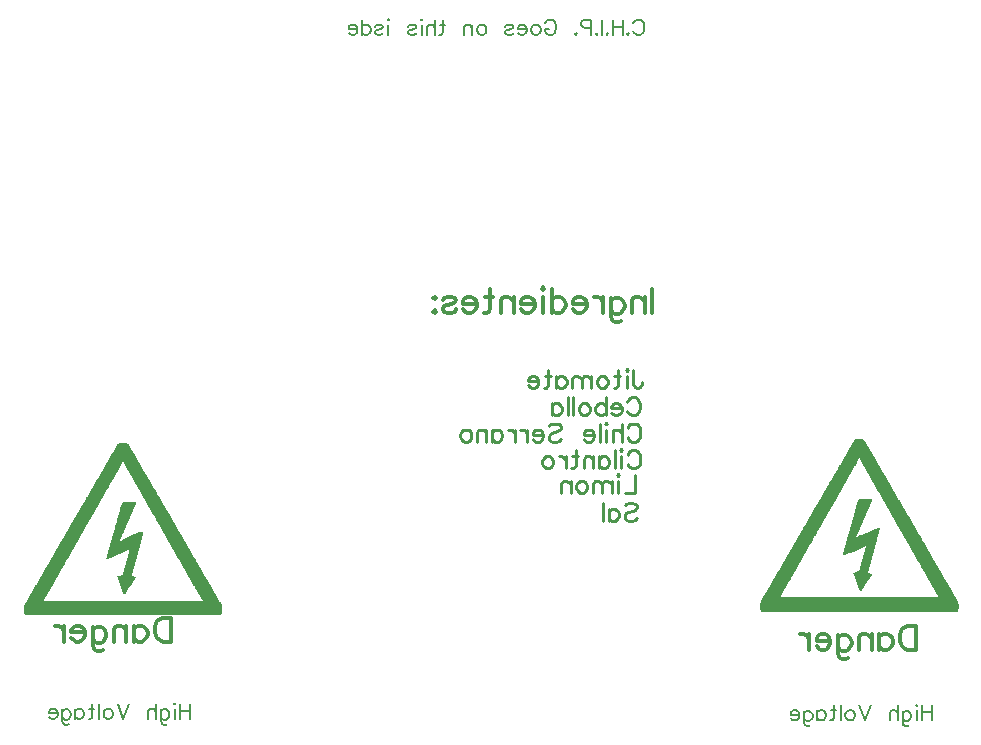
<source format=gbr>
G04 DipTrace 3.0.0.1*
G04 BottomSilk.gbr*
%MOIN*%
G04 #@! TF.FileFunction,Legend,Bot*
G04 #@! TF.Part,Single*
%ADD12C,0.002992*%
%ADD74C,0.00772*%
%ADD75C,0.012351*%
%ADD76C,0.009264*%
%FSLAX26Y26*%
G04*
G70*
G90*
G75*
G01*
G04 BotSilk*
%LPD*%
X3194961Y1376535D2*
D12*
X3218898D1*
X3192082Y1373543D2*
X3221776D1*
X3189486Y1370551D2*
X3224373D1*
X3187316Y1367559D2*
X3226542D1*
X3185484Y1364567D2*
X3228374D1*
X3183836Y1361575D2*
X3230023D1*
X3182269Y1358583D2*
X3231589D1*
X3180654Y1355591D2*
X3233204D1*
X3178864Y1352598D2*
X3234994D1*
X3176934Y1349606D2*
X3236924D1*
X3175101Y1346614D2*
X3238757D1*
X3173407Y1343622D2*
X3240451D1*
X3171726Y1340630D2*
X3242132D1*
X3169907Y1337638D2*
X3243951D1*
X3167965Y1334646D2*
X3245893D1*
X3166127Y1331654D2*
X3247731D1*
X3164444Y1328661D2*
X3249415D1*
X3162855Y1325669D2*
X3251003D1*
X3161312Y1322677D2*
X3252546D1*
X3159705Y1319685D2*
X3254153D1*
X3157918Y1316693D2*
X3255940D1*
X3155989Y1313701D2*
X3203361D1*
X3210498D2*
X3257869D1*
X3154156Y1310709D2*
X3202224D1*
X3211635D2*
X3259702D1*
X3152474Y1307717D2*
X3200627D1*
X3213232D2*
X3261384D1*
X3150886Y1304724D2*
X3198942D1*
X3214916D2*
X3262972D1*
X3149343Y1301732D2*
X3197320D1*
X3216538D2*
X3264515D1*
X3147737Y1298740D2*
X3195756D1*
X3218103D2*
X3266122D1*
X3145950Y1295748D2*
X3194221D1*
X3219637D2*
X3267909D1*
X3144020Y1292756D2*
X3192617D1*
X3221241D2*
X3269838D1*
X3142188Y1289764D2*
X3190831D1*
X3223027D2*
X3271670D1*
X3140506Y1286772D2*
X3188902D1*
X3224956D2*
X3273353D1*
X3138918Y1283780D2*
X3187070D1*
X3226789D2*
X3274940D1*
X3137375Y1280787D2*
X3185388D1*
X3228471D2*
X3276483D1*
X3135768Y1277795D2*
X3183800D1*
X3230058D2*
X3278090D1*
X3133981Y1274803D2*
X3182257D1*
X3231602D2*
X3279877D1*
X3132052Y1271811D2*
X3180650D1*
X3233208D2*
X3281806D1*
X3130219Y1268819D2*
X3178863D1*
X3234995D2*
X3283639D1*
X3128525Y1265827D2*
X3176934D1*
X3236924D2*
X3285333D1*
X3126844Y1262835D2*
X3175101D1*
X3238757D2*
X3287014D1*
X3125025Y1259843D2*
X3173419D1*
X3240439D2*
X3288833D1*
X3123083Y1256850D2*
X3171831D1*
X3242027D2*
X3290775D1*
X3121245Y1253858D2*
X3170288D1*
X3243558D2*
X3292613D1*
X3119550Y1250866D2*
X3168681D1*
X3245072D2*
X3294308D1*
X3117868Y1247874D2*
X3166895D1*
X3246582D2*
X3295990D1*
X3116049Y1244882D2*
X3164965D1*
X3248176D2*
X3297810D1*
X3114107Y1241890D2*
X3163133D1*
X3249958D2*
X3299752D1*
X3112269Y1238898D2*
X3161451D1*
X3251886D2*
X3301589D1*
X3110585Y1235906D2*
X3159863D1*
X3253718D2*
X3303273D1*
X3108997Y1232913D2*
X3158331D1*
X3255400D2*
X3304861D1*
X3107454Y1229921D2*
X3156818D1*
X3256988D2*
X3306405D1*
X3105847Y1226929D2*
X3155307D1*
X3258531D2*
X3308011D1*
X3104060Y1223937D2*
X3153713D1*
X3260137D2*
X3309798D1*
X3102131Y1220945D2*
X3151931D1*
X3261924D2*
X3311728D1*
X3100298Y1217953D2*
X3150004D1*
X3263854D2*
X3313560D1*
X3098616Y1214961D2*
X3148172D1*
X3265686D2*
X3315242D1*
X3097028Y1211969D2*
X3146490D1*
X3267368D2*
X3316830D1*
X3095485Y1208976D2*
X3144902D1*
X3268956D2*
X3318373D1*
X3093878Y1205984D2*
X3143359D1*
X3270499D2*
X3319980D1*
X3092091Y1202992D2*
X3141752D1*
X3272106D2*
X3321767D1*
X3090162Y1200000D2*
X3139965D1*
X3273893D2*
X3323696D1*
X3088330Y1197008D2*
X3138036D1*
X3275822D2*
X3325529D1*
X3086647Y1194016D2*
X3136204D1*
X3277655D2*
X3327211D1*
X3085060Y1191024D2*
X3134521D1*
X3279337D2*
X3328799D1*
X3083517Y1188031D2*
X3132934D1*
X3280925D2*
X3330342D1*
X3081910Y1185039D2*
X3131391D1*
X3282468D2*
X3331948D1*
X3080123Y1182047D2*
X3129784D1*
X3284074D2*
X3333735D1*
X3078194Y1179055D2*
X3127997D1*
X3206929D2*
X3248819D1*
X3285861D2*
X3335665D1*
X3076361Y1176063D2*
X3126068D1*
X3205434D2*
X3248345D1*
X3287791D2*
X3337497D1*
X3074667Y1173071D2*
X3124235D1*
X3204191D2*
X3247498D1*
X3289623D2*
X3339191D1*
X3072986Y1170079D2*
X3122553D1*
X3203027D2*
X3246330D1*
X3291305D2*
X3340872D1*
X3071167Y1167087D2*
X3120965D1*
X3201962D2*
X3244984D1*
X3292893D2*
X3342692D1*
X3069225Y1164094D2*
X3119422D1*
X3200981D2*
X3243558D1*
X3294436D2*
X3344634D1*
X3067387Y1161102D2*
X3117815D1*
X3199957D2*
X3242180D1*
X3296043D2*
X3346471D1*
X3065692Y1158110D2*
X3116028D1*
X3199041D2*
X3240978D1*
X3297830D2*
X3348167D1*
X3064010Y1155118D2*
X3114099D1*
X3198357D2*
X3239916D1*
X3299759D2*
X3349848D1*
X3062190Y1152126D2*
X3112267D1*
X3197677D2*
X3238757D1*
X3301592D2*
X3351668D1*
X3060248Y1149134D2*
X3110584D1*
X3196826D2*
X3237447D1*
X3303274D2*
X3353610D1*
X3058411Y1146142D2*
X3108997D1*
X3195992D2*
X3236043D1*
X3304862D2*
X3355447D1*
X3056727Y1143150D2*
X3107454D1*
X3195344D2*
X3234582D1*
X3306405D2*
X3357131D1*
X3055139Y1140157D2*
X3105847D1*
X3194677D2*
X3233103D1*
X3308011D2*
X3358720D1*
X3053595Y1137165D2*
X3104060D1*
X3193819D2*
X3231622D1*
X3309798D2*
X3360263D1*
X3051989Y1134173D2*
X3102131D1*
X3192894D2*
X3230224D1*
X3311728D2*
X3361870D1*
X3050202Y1131181D2*
X3100298D1*
X3191970D2*
X3229014D1*
X3313560D2*
X3363657D1*
X3048272Y1128189D2*
X3098604D1*
X3190968D2*
X3227949D1*
X3315242D2*
X3365586D1*
X3046440Y1125197D2*
X3096923D1*
X3190060D2*
X3226789D1*
X3316830D2*
X3367418D1*
X3044746Y1122205D2*
X3095104D1*
X3189380D2*
X3225479D1*
X3318373D2*
X3369112D1*
X3043065Y1119213D2*
X3093162D1*
X3188700D2*
X3224074D1*
X3319980D2*
X3370794D1*
X3041245Y1116220D2*
X3091324D1*
X3187838D2*
X3222625D1*
X3321767D2*
X3372613D1*
X3039303Y1113228D2*
X3089640D1*
X3186910D2*
X3221240D1*
X3323696D2*
X3374555D1*
X3037466Y1110236D2*
X3088052D1*
X3185986D2*
X3220035D1*
X3325529D2*
X3376392D1*
X3035782Y1107244D2*
X3086509D1*
X3184984D2*
X3218972D1*
X3327211D2*
X3378076D1*
X3034194Y1104252D2*
X3084902D1*
X3184076D2*
X3217812D1*
X3328799D2*
X3379664D1*
X3032650Y1101260D2*
X3083115D1*
X3183395D2*
X3216502D1*
X3330342D2*
X3381208D1*
X3031044Y1098268D2*
X3081186D1*
X3182716D2*
X3215098D1*
X3331948D2*
X3382815D1*
X3029257Y1095276D2*
X3079353D1*
X3181865D2*
X3213637D1*
X3333735D2*
X3384602D1*
X3027328Y1092283D2*
X3077671D1*
X3181031D2*
X3212158D1*
X3335665D2*
X3386531D1*
X3025495Y1089291D2*
X3076083D1*
X3180383D2*
X3210677D1*
X3337497D2*
X3388363D1*
X3023813Y1086299D2*
X3074540D1*
X3179717D2*
X3209279D1*
X3339179D2*
X3390046D1*
X3022225Y1083307D2*
X3072933D1*
X3178859D2*
X3208069D1*
X3340767D2*
X3391633D1*
X3020682Y1080315D2*
X3071147D1*
X3177933D2*
X3207004D1*
X3269764D2*
X3272756D1*
X3342310D2*
X3393176D1*
X3019075Y1077323D2*
X3069217D1*
X3177009D2*
X3205844D1*
X3261924D2*
X3272642D1*
X3343917D2*
X3394783D1*
X3017288Y1074331D2*
X3067385D1*
X3175996D2*
X3204534D1*
X3254234D2*
X3272258D1*
X3345704D2*
X3396570D1*
X3015359Y1071339D2*
X3065702D1*
X3174994D2*
X3203129D1*
X3246647D2*
X3271530D1*
X3347633D2*
X3398499D1*
X3013526Y1068346D2*
X3064115D1*
X3174038D2*
X3201669D1*
X3239124D2*
X3270657D1*
X3349466D2*
X3400332D1*
X3011833Y1065354D2*
X3062572D1*
X3173023D2*
X3200190D1*
X3231635D2*
X3269754D1*
X3351148D2*
X3402026D1*
X3010151Y1062362D2*
X3060965D1*
X3172110D2*
X3198706D1*
X3224255D2*
X3268760D1*
X3352736D2*
X3403707D1*
X3008332Y1059370D2*
X3059178D1*
X3171428D2*
X3197292D1*
X3217155D2*
X3267854D1*
X3354267D2*
X3405526D1*
X3006390Y1056378D2*
X3057249D1*
X3170748D2*
X3196046D1*
X3210447D2*
X3267174D1*
X3355780D2*
X3407468D1*
X3004553Y1053386D2*
X3055416D1*
X3169885D2*
X3194961D1*
X3203937D2*
X3266496D1*
X3357291D2*
X3409306D1*
X3002869Y1050394D2*
X3053734D1*
X3168958D2*
X3265645D1*
X3358885D2*
X3410990D1*
X3001280Y1047402D2*
X3052146D1*
X3168033D2*
X3264811D1*
X3360667D2*
X3412578D1*
X2999737Y1044409D2*
X3050615D1*
X3167032D2*
X3264163D1*
X3362595D2*
X3414121D1*
X2998130Y1041417D2*
X3049102D1*
X3166123D2*
X3263496D1*
X3364427D2*
X3415728D1*
X2996343Y1038425D2*
X3047591D1*
X3165443D2*
X3262650D1*
X3366109D2*
X3417515D1*
X2994414Y1035433D2*
X3045997D1*
X3164763D2*
X3261818D1*
X3367696D2*
X3419444D1*
X2992582Y1032441D2*
X3044215D1*
X3163912D2*
X3261170D1*
X3369239D2*
X3421277D1*
X2990899Y1029449D2*
X3042287D1*
X3163078D2*
X3260504D1*
X3370846D2*
X3422959D1*
X2989312Y1026457D2*
X3040455D1*
X3162430D2*
X3259646D1*
X3372633D2*
X3424547D1*
X2987769Y1023465D2*
X3038773D1*
X3161764D2*
X3258720D1*
X3374562D2*
X3426090D1*
X2986162Y1020472D2*
X3037186D1*
X3160906D2*
X3221427D1*
X3230404D2*
X3257797D1*
X3376395D2*
X3427696D1*
X2984375Y1017480D2*
X3035643D1*
X3159980D2*
X3214690D1*
X3229662D2*
X3256795D1*
X3378077D2*
X3429483D1*
X2982446Y1014488D2*
X3034036D1*
X3159057D2*
X3207814D1*
X3228876D2*
X3255887D1*
X3379665D2*
X3431413D1*
X2980613Y1011496D2*
X3032249D1*
X3158043D2*
X3200819D1*
X3228246D2*
X3255206D1*
X3381208D2*
X3433245D1*
X2978931Y1008504D2*
X3030320D1*
X3157041D2*
X3193459D1*
X3227587D2*
X3254527D1*
X3382815D2*
X3434927D1*
X2977343Y1005512D2*
X3028487D1*
X3156085D2*
X3185852D1*
X3226731D2*
X3253676D1*
X3384602D2*
X3436515D1*
X2975800Y1002520D2*
X3026805D1*
X3155070D2*
X3178412D1*
X3225807D2*
X3252842D1*
X3386531D2*
X3438058D1*
X2974193Y999528D2*
X3025217D1*
X3154161D2*
X3171143D1*
X3224883D2*
X3252194D1*
X3388363D2*
X3439665D1*
X2972406Y996535D2*
X3023674D1*
X3153537D2*
X3163703D1*
X3223882D2*
X3251528D1*
X3390057D2*
X3441452D1*
X2970477Y993543D2*
X3022067D1*
X3153071D2*
X3156063D1*
X3222973D2*
X3250670D1*
X3391738D2*
X3443381D1*
X2968644Y990551D2*
X3020280D1*
X3222293D2*
X3249744D1*
X3393558D2*
X3445214D1*
X2966962Y987559D2*
X3018351D1*
X3221614D2*
X3248820D1*
X3395500D2*
X3446896D1*
X2965375Y984567D2*
X3016519D1*
X3220751D2*
X3247819D1*
X3397337D2*
X3448484D1*
X2963832Y981575D2*
X3014836D1*
X3219824D2*
X3246910D1*
X3399021D2*
X3450027D1*
X2962225Y978583D2*
X3013249D1*
X3218899D2*
X3246230D1*
X3400609D2*
X3451633D1*
X2960438Y975591D2*
X3011706D1*
X3217898D2*
X3245551D1*
X3402153D2*
X3453420D1*
X2958509Y972598D2*
X3010099D1*
X3216989D2*
X3244700D1*
X3403759D2*
X3455350D1*
X2956676Y969606D2*
X3008312D1*
X3216309D2*
X3243866D1*
X3405546D2*
X3457182D1*
X2954982Y966614D2*
X3006383D1*
X3215630D2*
X3243218D1*
X3407476D2*
X3458876D1*
X2953301Y963622D2*
X3004550D1*
X3214767D2*
X3242551D1*
X3409308D2*
X3460557D1*
X2951482Y960630D2*
X3002868D1*
X3213839D2*
X3241693D1*
X3410990D2*
X3462377D1*
X2949540Y957638D2*
X3001280D1*
X3212915D2*
X3240768D1*
X3412578D2*
X3464319D1*
X2947702Y954646D2*
X2999737D1*
X3211913D2*
X3239844D1*
X3414121D2*
X3466156D1*
X2946018Y951654D2*
X2998130D1*
X3211005D2*
X3238842D1*
X3415728D2*
X3467840D1*
X2944430Y948661D2*
X2996343D1*
X3210325D2*
X3237934D1*
X3417515D2*
X3469428D1*
X2942887Y945669D2*
X2994414D1*
X3209645D2*
X3237254D1*
X3419444D2*
X3470972D1*
X2941280Y942677D2*
X2992582D1*
X3208724D2*
X3236574D1*
X3421277D2*
X3472578D1*
X2939493Y939685D2*
X2990899D1*
X3207601D2*
X3235723D1*
X3422959D2*
X3474365D1*
X2937564Y936693D2*
X2989312D1*
X3204946D2*
X3234893D1*
X3424547D2*
X3476294D1*
X2935731Y933701D2*
X2987769D1*
X3197722D2*
X3234304D1*
X3426090D2*
X3478127D1*
X2934037Y930709D2*
X2986162D1*
X3188976D2*
X3233858D1*
X3427696D2*
X3479821D1*
X2932356Y927717D2*
X2984375D1*
X3190472D2*
X3248819D1*
X3429483D2*
X3481502D1*
X2930537Y924724D2*
X2982446D1*
X3191714D2*
X3246289D1*
X3431413D2*
X3483321D1*
X2928595Y921732D2*
X2980613D1*
X3192878D2*
X3244051D1*
X3433245D2*
X3485263D1*
X2926757Y918740D2*
X2978931D1*
X3193943D2*
X3241938D1*
X3434927D2*
X3487101D1*
X2925073Y915748D2*
X2977343D1*
X3194925D2*
X3239852D1*
X3436515D2*
X3488785D1*
X2923485Y912756D2*
X2975800D1*
X3195960D2*
X3237866D1*
X3438058D2*
X3490373D1*
X2921942Y909764D2*
X2974193D1*
X3196970D2*
X3235873D1*
X3439665D2*
X3491916D1*
X2920335Y906772D2*
X2972406D1*
X3197929D2*
X3233837D1*
X3441452D2*
X3493523D1*
X2918548Y903780D2*
X2970477D1*
X3198957D2*
X3231859D1*
X3443381D2*
X3495310D1*
X2916619Y900787D2*
X2968644D1*
X3199964D2*
X3229780D1*
X3445214D2*
X3497239D1*
X2914786Y897795D2*
X2966962D1*
X3200922D2*
X3227470D1*
X3446896D2*
X3499072D1*
X2913092Y894803D2*
X2965375D1*
X3201949D2*
X3225169D1*
X3448484D2*
X3500766D1*
X2911411Y891811D2*
X2963832D1*
X3202956D2*
X3223134D1*
X3450027D2*
X3502447D1*
X2909592Y888819D2*
X2962225D1*
X3203914D2*
X3221345D1*
X3451633D2*
X3504266D1*
X2907650Y885827D2*
X2960438D1*
X3204941D2*
X3219624D1*
X3453420D2*
X3506208D1*
X2905812Y882835D2*
X2958509D1*
X3205957D2*
X3217798D1*
X3455350D2*
X3508046D1*
X2904129Y879843D2*
X2956676D1*
X3206999D2*
X3215923D1*
X3457182D2*
X3509730D1*
X2902540Y876850D2*
X2954994D1*
X3208336D2*
X3214301D1*
X3458864D2*
X3511318D1*
X2900997Y873858D2*
X2953406D1*
X3209921D2*
X3212913D1*
X3460452D2*
X3512861D1*
X2899390Y870866D2*
X2951863D1*
X3461995D2*
X3514468D1*
X2897603Y867874D2*
X2950256D1*
X3463602D2*
X3516255D1*
X2895674Y864882D2*
X2948469D1*
X3465389D2*
X3518184D1*
X2893841Y861890D2*
X2946528D1*
X3467330D2*
X3520017D1*
X2892159Y858898D2*
X2944591D1*
X3469267D2*
X3521699D1*
X2890571Y855906D2*
X2942524D1*
X3471335D2*
X3523287D1*
X2889028Y852913D2*
X2940161D1*
X3473697D2*
X3524830D1*
X2887422Y849921D2*
X3526437D1*
X2885635Y846929D2*
X3528224D1*
X2883706Y843937D2*
X3530153D1*
X2881885Y840945D2*
X3531974D1*
X2880308Y837953D2*
X3533551D1*
X2879113Y834961D2*
X3534745D1*
X2878403Y831969D2*
X3535455D1*
X2878050Y828976D2*
X3535808D1*
X2877895Y825984D2*
X3535964D1*
X2877832Y822992D2*
X3536026D1*
X2877808Y820000D2*
X3536050D1*
X2877811Y817008D2*
X3536047D1*
X2877922Y814016D2*
X3535936D1*
X2878384Y811024D2*
X3535474D1*
X2879406Y808031D2*
X3534452D1*
X2880787Y805039D2*
X3533071D1*
X740630Y1365512D2*
X764567D1*
X737752Y1362520D2*
X767445D1*
X735155Y1359528D2*
X770042D1*
X732985Y1356535D2*
X772212D1*
X731153Y1353543D2*
X774044D1*
X729505Y1350551D2*
X775692D1*
X727939Y1347559D2*
X777258D1*
X726324Y1344567D2*
X778873D1*
X724534Y1341575D2*
X780663D1*
X722604Y1338583D2*
X782593D1*
X720771Y1335591D2*
X784426D1*
X719077Y1332598D2*
X786120D1*
X717395Y1329606D2*
X787801D1*
X715576Y1326614D2*
X789621D1*
X713634Y1323622D2*
X791563D1*
X711797Y1320630D2*
X793400D1*
X710113Y1317638D2*
X795084D1*
X708525Y1314646D2*
X796672D1*
X706981Y1311654D2*
X798216D1*
X705374Y1308661D2*
X799822D1*
X703587Y1305669D2*
X801609D1*
X701658Y1302677D2*
X749030D1*
X756167D2*
X803539D1*
X699826Y1299685D2*
X747893D1*
X757304D2*
X805371D1*
X698143Y1296693D2*
X746296D1*
X758901D2*
X807053D1*
X696556Y1293701D2*
X744612D1*
X760585D2*
X808641D1*
X695013Y1290709D2*
X742990D1*
X762207D2*
X810184D1*
X693406Y1287717D2*
X741425D1*
X763772D2*
X811791D1*
X691619Y1284724D2*
X739890D1*
X765307D2*
X813578D1*
X689690Y1281732D2*
X738286D1*
X766911D2*
X815507D1*
X687857Y1278740D2*
X736500D1*
X768696D2*
X817340D1*
X686175Y1275748D2*
X734572D1*
X770625D2*
X819022D1*
X684587Y1272756D2*
X732739D1*
X772458D2*
X820610D1*
X683044Y1269764D2*
X731057D1*
X774140D2*
X822153D1*
X681437Y1266772D2*
X729469D1*
X775728D2*
X823759D1*
X679650Y1263780D2*
X727926D1*
X777271D2*
X825546D1*
X677721Y1260787D2*
X726319D1*
X778878D2*
X827476D1*
X675889Y1257795D2*
X724532D1*
X780665D2*
X829308D1*
X674195Y1254803D2*
X722603D1*
X782594D2*
X831002D1*
X672514Y1251811D2*
X720770D1*
X784426D2*
X832683D1*
X670694Y1248819D2*
X719088D1*
X786109D2*
X834503D1*
X668752Y1245827D2*
X717501D1*
X787696D2*
X836445D1*
X666915Y1242835D2*
X715957D1*
X789228D2*
X838282D1*
X665219Y1239843D2*
X714351D1*
X790741D2*
X839978D1*
X663537Y1236850D2*
X712564D1*
X792252D2*
X841659D1*
X661718Y1233858D2*
X710635D1*
X793846D2*
X843479D1*
X659776Y1230866D2*
X708802D1*
X795628D2*
X845421D1*
X657938Y1227874D2*
X707120D1*
X797555D2*
X847258D1*
X656255Y1224882D2*
X705532D1*
X799387D2*
X848942D1*
X654666Y1221890D2*
X704001D1*
X801069D2*
X850531D1*
X653123Y1218898D2*
X702487D1*
X802657D2*
X852074D1*
X651516Y1215906D2*
X700977D1*
X804200D2*
X853681D1*
X649729Y1212913D2*
X699383D1*
X805807D2*
X855468D1*
X647800Y1209921D2*
X697601D1*
X807594D2*
X857397D1*
X645967Y1206929D2*
X695673D1*
X809523D2*
X859230D1*
X644285Y1203937D2*
X693841D1*
X811356D2*
X860912D1*
X642697Y1200945D2*
X692159D1*
X813038D2*
X862499D1*
X641154Y1197953D2*
X690571D1*
X814625D2*
X864043D1*
X639548Y1194961D2*
X689028D1*
X816168D2*
X865649D1*
X637761Y1191969D2*
X687422D1*
X817775D2*
X867436D1*
X635832Y1188976D2*
X685635D1*
X819562D2*
X869365D1*
X633999Y1185984D2*
X683706D1*
X821491D2*
X871198D1*
X632317Y1182992D2*
X681873D1*
X823324D2*
X872880D1*
X630729Y1180000D2*
X680191D1*
X825006D2*
X874468D1*
X629186Y1177008D2*
X678603D1*
X826594D2*
X876011D1*
X627579Y1174016D2*
X677060D1*
X828137D2*
X877618D1*
X625792Y1171024D2*
X675453D1*
X829744D2*
X879405D1*
X623863Y1168031D2*
X673666D1*
X752598D2*
X794488D1*
X831531D2*
X881334D1*
X622030Y1165039D2*
X671737D1*
X751103D2*
X794014D1*
X833460D2*
X883167D1*
X620336Y1162047D2*
X669904D1*
X749860D2*
X793167D1*
X835293D2*
X884860D1*
X618655Y1159055D2*
X668222D1*
X748697D2*
X791999D1*
X836975D2*
X886542D1*
X616836Y1156063D2*
X666634D1*
X747631D2*
X790654D1*
X838562D2*
X888361D1*
X614894Y1153071D2*
X665091D1*
X746650D2*
X789227D1*
X840106D2*
X890303D1*
X613057Y1150079D2*
X663485D1*
X745626D2*
X787850D1*
X841712D2*
X892140D1*
X611361Y1147087D2*
X661698D1*
X744710D2*
X786647D1*
X843499D2*
X893836D1*
X609679Y1144094D2*
X659769D1*
X744027D2*
X785585D1*
X845428D2*
X895518D1*
X607860Y1141102D2*
X657936D1*
X743346D2*
X784426D1*
X847261D2*
X897337D1*
X605918Y1138110D2*
X656254D1*
X742495D2*
X783116D1*
X848943D2*
X899279D1*
X604080Y1135118D2*
X654666D1*
X741661D2*
X781712D1*
X850531D2*
X901117D1*
X602396Y1132126D2*
X653123D1*
X741013D2*
X780251D1*
X852074D2*
X902801D1*
X600808Y1129134D2*
X651516D1*
X740347D2*
X778772D1*
X853681D2*
X904389D1*
X599265Y1126142D2*
X649729D1*
X739489D2*
X777291D1*
X855468D2*
X905932D1*
X597658Y1123150D2*
X647800D1*
X738563D2*
X775893D1*
X857397D2*
X907539D1*
X595871Y1120157D2*
X645967D1*
X737639D2*
X774683D1*
X859230D2*
X909326D1*
X593942Y1117165D2*
X644273D1*
X736638D2*
X773618D1*
X860912D2*
X911255D1*
X592109Y1114173D2*
X642592D1*
X735729D2*
X772458D1*
X862499D2*
X913088D1*
X590415Y1111181D2*
X640773D1*
X735049D2*
X771148D1*
X864043D2*
X914782D1*
X588734Y1108189D2*
X638831D1*
X734370D2*
X769744D1*
X865649D2*
X916463D1*
X586915Y1105197D2*
X636994D1*
X733507D2*
X768294D1*
X867436D2*
X918282D1*
X584973Y1102205D2*
X635310D1*
X732580D2*
X766909D1*
X869365D2*
X920224D1*
X583135Y1099213D2*
X633721D1*
X731655D2*
X765704D1*
X871198D2*
X922062D1*
X581451Y1096220D2*
X632178D1*
X730654D2*
X764641D1*
X872880D2*
X923745D1*
X579863Y1093228D2*
X630571D1*
X729745D2*
X763481D1*
X874468D2*
X925334D1*
X578320Y1090236D2*
X628784D1*
X729065D2*
X762172D1*
X876011D2*
X926877D1*
X576713Y1087244D2*
X626855D1*
X728385D2*
X760767D1*
X877618D2*
X928484D1*
X574926Y1084252D2*
X625022D1*
X727534D2*
X759306D1*
X879405D2*
X930271D1*
X572997Y1081260D2*
X623340D1*
X726700D2*
X757828D1*
X881334D2*
X932200D1*
X571164Y1078268D2*
X621753D1*
X726052D2*
X756346D1*
X883167D2*
X934033D1*
X569482Y1075276D2*
X620209D1*
X725386D2*
X754948D1*
X884849D2*
X935715D1*
X567894Y1072283D2*
X618603D1*
X724528D2*
X753738D1*
X886436D2*
X937303D1*
X566351Y1069291D2*
X616816D1*
X723602D2*
X752673D1*
X815433D2*
X818425D1*
X887980D2*
X938846D1*
X564744Y1066299D2*
X614887D1*
X722679D2*
X751513D1*
X807594D2*
X818311D1*
X889586D2*
X940452D1*
X562958Y1063307D2*
X613054D1*
X721665D2*
X750203D1*
X799903D2*
X817928D1*
X891373D2*
X942239D1*
X561028Y1060315D2*
X611372D1*
X720664D2*
X748799D1*
X792316D2*
X817199D1*
X893302D2*
X944168D1*
X559196Y1057323D2*
X609784D1*
X719707D2*
X747338D1*
X784793D2*
X816326D1*
X895135D2*
X946001D1*
X557502Y1054331D2*
X608241D1*
X718692D2*
X745859D1*
X777304D2*
X815423D1*
X896817D2*
X947695D1*
X555821Y1051339D2*
X606634D1*
X717779D2*
X744375D1*
X769924D2*
X814429D1*
X898405D2*
X949376D1*
X554001Y1048346D2*
X604847D1*
X717097D2*
X742961D1*
X762824D2*
X813523D1*
X899936D2*
X951195D1*
X552059Y1045354D2*
X602918D1*
X716417D2*
X741716D1*
X756116D2*
X812844D1*
X901450D2*
X953138D1*
X550222Y1042362D2*
X601085D1*
X715554D2*
X740630D1*
X749606D2*
X812165D1*
X902960D2*
X954975D1*
X548538Y1039370D2*
X599403D1*
X714627D2*
X811314D1*
X904554D2*
X956659D1*
X546950Y1036378D2*
X597816D1*
X713703D2*
X810480D1*
X906336D2*
X958247D1*
X545406Y1033386D2*
X596284D1*
X712701D2*
X809832D1*
X908264D2*
X959790D1*
X543800Y1030394D2*
X594771D1*
X711792D2*
X809165D1*
X910096D2*
X961397D1*
X542013Y1027402D2*
X593260D1*
X711112D2*
X808319D1*
X911778D2*
X963184D1*
X540083Y1024409D2*
X591666D1*
X710433D2*
X807487D1*
X913366D2*
X965113D1*
X538251Y1021417D2*
X589884D1*
X709582D2*
X806839D1*
X914909D2*
X966946D1*
X536569Y1018425D2*
X587957D1*
X708748D2*
X806173D1*
X916515D2*
X968628D1*
X534981Y1015433D2*
X586125D1*
X708100D2*
X805315D1*
X918302D2*
X970216D1*
X533438Y1012441D2*
X584443D1*
X707433D2*
X804390D1*
X920231D2*
X971759D1*
X531831Y1009449D2*
X582855D1*
X706575D2*
X767097D1*
X776073D2*
X803466D1*
X922064D2*
X973366D1*
X530044Y1006457D2*
X581312D1*
X705650D2*
X760359D1*
X775331D2*
X802464D1*
X923746D2*
X975153D1*
X528115Y1003465D2*
X579705D1*
X704726D2*
X753483D1*
X774545D2*
X801556D1*
X925334D2*
X977082D1*
X526282Y1000472D2*
X577918D1*
X703713D2*
X746488D1*
X773916D2*
X800876D1*
X926877D2*
X978915D1*
X524600Y997480D2*
X575989D1*
X702711D2*
X739128D1*
X773256D2*
X800196D1*
X928484D2*
X980597D1*
X523012Y994488D2*
X574156D1*
X701754D2*
X731521D1*
X772401D2*
X799345D1*
X930271D2*
X982184D1*
X521469Y991496D2*
X572474D1*
X700739D2*
X724081D1*
X771476D2*
X798511D1*
X932200D2*
X983728D1*
X519863Y988504D2*
X570886D1*
X699830D2*
X716812D1*
X770553D2*
X797863D1*
X934033D2*
X985334D1*
X518076Y985512D2*
X569343D1*
X699206D2*
X709372D1*
X769551D2*
X797197D1*
X935727D2*
X987121D1*
X516146Y982520D2*
X567737D1*
X698740D2*
X701732D1*
X768643D2*
X796339D1*
X937408D2*
X989050D1*
X514314Y979528D2*
X565950D1*
X767962D2*
X795413D1*
X939227D2*
X990883D1*
X512632Y976535D2*
X564020D1*
X767283D2*
X794490D1*
X941169D2*
X992565D1*
X511044Y973543D2*
X562188D1*
X766420D2*
X793488D1*
X943006D2*
X994153D1*
X509501Y970551D2*
X560506D1*
X765493D2*
X792580D1*
X944690D2*
X995696D1*
X507894Y967559D2*
X558918D1*
X764569D2*
X791899D1*
X946279D2*
X997303D1*
X506107Y964567D2*
X557375D1*
X763567D2*
X791220D1*
X947822D2*
X999090D1*
X504178Y961575D2*
X555768D1*
X762659D2*
X790369D1*
X949429D2*
X1001019D1*
X502345Y958583D2*
X553981D1*
X761978D2*
X789535D1*
X951216D2*
X1002852D1*
X500651Y955591D2*
X552052D1*
X761299D2*
X788887D1*
X953145D2*
X1004545D1*
X498970Y952598D2*
X550219D1*
X760436D2*
X788221D1*
X954978D2*
X1006227D1*
X497151Y949606D2*
X548537D1*
X759509D2*
X787363D1*
X956660D2*
X1008046D1*
X495209Y946614D2*
X546949D1*
X758584D2*
X786437D1*
X958247D2*
X1009988D1*
X493371Y943622D2*
X545406D1*
X757583D2*
X785513D1*
X959791D2*
X1011825D1*
X491688Y940630D2*
X543800D1*
X756674D2*
X784512D1*
X961397D2*
X1013509D1*
X490099Y937638D2*
X542013D1*
X755994D2*
X783603D1*
X963184D2*
X1015098D1*
X488556Y934646D2*
X540083D1*
X755315D2*
X782923D1*
X965113D2*
X1016641D1*
X486949Y931654D2*
X538251D1*
X754393D2*
X782244D1*
X966946D2*
X1018248D1*
X485162Y928661D2*
X536569D1*
X753270D2*
X781392D1*
X968628D2*
X1020035D1*
X483233Y925669D2*
X534981D1*
X750616D2*
X780562D1*
X970216D2*
X1021964D1*
X481400Y922677D2*
X533438D1*
X743391D2*
X779974D1*
X971759D2*
X1023796D1*
X479707Y919685D2*
X531831D1*
X734646D2*
X779528D1*
X973366D2*
X1025490D1*
X478025Y916693D2*
X530044D1*
X736141D2*
X794488D1*
X975153D2*
X1027172D1*
X476206Y913701D2*
X528115D1*
X737384D2*
X791958D1*
X977082D2*
X1028991D1*
X474264Y910709D2*
X526282D1*
X738547D2*
X789720D1*
X978915D2*
X1030933D1*
X472427Y907717D2*
X524600D1*
X739613D2*
X787608D1*
X980597D2*
X1032770D1*
X470743Y904724D2*
X523012D1*
X740594D2*
X785521D1*
X982184D2*
X1034454D1*
X469154Y901732D2*
X521469D1*
X741629D2*
X783535D1*
X983728D2*
X1036042D1*
X467611Y898740D2*
X519863D1*
X742639D2*
X781542D1*
X985334D2*
X1037586D1*
X466004Y895748D2*
X518076D1*
X743599D2*
X779506D1*
X987121D2*
X1039193D1*
X464217Y892756D2*
X516146D1*
X744626D2*
X777528D1*
X989050D2*
X1040979D1*
X462288Y889764D2*
X514314D1*
X745633D2*
X775449D1*
X990883D2*
X1042909D1*
X460456Y886772D2*
X512632D1*
X746591D2*
X773139D1*
X992565D2*
X1044741D1*
X458762Y883780D2*
X511044D1*
X747618D2*
X770839D1*
X994153D2*
X1046435D1*
X457080Y880787D2*
X509501D1*
X748625D2*
X768803D1*
X995696D2*
X1048116D1*
X455261Y877795D2*
X507894D1*
X749583D2*
X767014D1*
X997303D2*
X1049936D1*
X453319Y874803D2*
X506107D1*
X750610D2*
X765293D1*
X999090D2*
X1051878D1*
X451482Y871811D2*
X504178D1*
X751626D2*
X763468D1*
X1001019D2*
X1053715D1*
X449798Y868819D2*
X502345D1*
X752668D2*
X761592D1*
X1002852D2*
X1055399D1*
X448210Y865827D2*
X500663D1*
X754005D2*
X759971D1*
X1004534D2*
X1056987D1*
X446666Y862835D2*
X499075D1*
X755591D2*
X758583D1*
X1006121D2*
X1058531D1*
X445059Y859843D2*
X497532D1*
X1007665D2*
X1060137D1*
X443273Y856850D2*
X495926D1*
X1009271D2*
X1061924D1*
X441343Y853858D2*
X494139D1*
X1011058D2*
X1063854D1*
X439511Y850866D2*
X492198D1*
X1012999D2*
X1065686D1*
X437828Y847874D2*
X490260D1*
X1014936D2*
X1067368D1*
X436241Y844882D2*
X488193D1*
X1017004D2*
X1068956D1*
X434698Y841890D2*
X485831D1*
X1019366D2*
X1070499D1*
X433091Y838898D2*
X1072106D1*
X431304Y835906D2*
X1073893D1*
X429375Y832913D2*
X1075822D1*
X427554Y829921D2*
X1077643D1*
X425977Y826929D2*
X1079220D1*
X424782Y823937D2*
X1080415D1*
X424073Y820945D2*
X1081124D1*
X423719Y817953D2*
X1081477D1*
X423564Y814961D2*
X1081633D1*
X423501Y811969D2*
X1081696D1*
X423478Y808976D2*
X1081719D1*
X423481Y805984D2*
X1081716D1*
X423592Y802992D2*
X1081605D1*
X424053Y800000D2*
X1081144D1*
X425076Y797008D2*
X1080121D1*
X426457Y794016D2*
X1078740D1*
X3194961Y1376535D2*
X3192082Y1373543D1*
X3189486Y1370551D1*
X3187316Y1367559D1*
X3185484Y1364567D1*
X3183836Y1361575D1*
X3182269Y1358583D1*
X3180654Y1355591D1*
X3178864Y1352598D1*
X3176934Y1349606D1*
X3175101Y1346614D1*
X3173407Y1343622D1*
X3171726Y1340630D1*
X3169907Y1337638D1*
X3167965Y1334646D1*
X3166127Y1331654D1*
X3164444Y1328661D1*
X3162855Y1325669D1*
X3161312Y1322677D1*
X3159705Y1319685D1*
X3157918Y1316693D1*
X3155989Y1313701D1*
X3154156Y1310709D1*
X3152474Y1307717D1*
X3150886Y1304724D1*
X3149343Y1301732D1*
X3147737Y1298740D1*
X3145950Y1295748D1*
X3144020Y1292756D1*
X3142188Y1289764D1*
X3140506Y1286772D1*
X3138918Y1283780D1*
X3137375Y1280787D1*
X3135768Y1277795D1*
X3133981Y1274803D1*
X3132052Y1271811D1*
X3130219Y1268819D1*
X3128525Y1265827D1*
X3126844Y1262835D1*
X3125025Y1259843D1*
X3123083Y1256850D1*
X3121245Y1253858D1*
X3119550Y1250866D1*
X3117868Y1247874D1*
X3116049Y1244882D1*
X3114107Y1241890D1*
X3112269Y1238898D1*
X3110585Y1235906D1*
X3108997Y1232913D1*
X3107454Y1229921D1*
X3105847Y1226929D1*
X3104060Y1223937D1*
X3102131Y1220945D1*
X3100298Y1217953D1*
X3098616Y1214961D1*
X3097028Y1211969D1*
X3095485Y1208976D1*
X3093878Y1205984D1*
X3092091Y1202992D1*
X3090162Y1200000D1*
X3088330Y1197008D1*
X3086647Y1194016D1*
X3085060Y1191024D1*
X3083517Y1188031D1*
X3081910Y1185039D1*
X3080123Y1182047D1*
X3078194Y1179055D1*
X3076361Y1176063D1*
X3074667Y1173071D1*
X3072986Y1170079D1*
X3071167Y1167087D1*
X3069225Y1164094D1*
X3067387Y1161102D1*
X3065692Y1158110D1*
X3064010Y1155118D1*
X3062190Y1152126D1*
X3060248Y1149134D1*
X3058411Y1146142D1*
X3056727Y1143150D1*
X3055139Y1140157D1*
X3053595Y1137165D1*
X3051989Y1134173D1*
X3050202Y1131181D1*
X3048272Y1128189D1*
X3046440Y1125197D1*
X3044746Y1122205D1*
X3043065Y1119213D1*
X3041245Y1116220D1*
X3039303Y1113228D1*
X3037466Y1110236D1*
X3035782Y1107244D1*
X3034194Y1104252D1*
X3032650Y1101260D1*
X3031044Y1098268D1*
X3029257Y1095276D1*
X3027328Y1092283D1*
X3025495Y1089291D1*
X3023813Y1086299D1*
X3022225Y1083307D1*
X3020682Y1080315D1*
X3019075Y1077323D1*
X3017288Y1074331D1*
X3015359Y1071339D1*
X3013526Y1068346D1*
X3011833Y1065354D1*
X3010151Y1062362D1*
X3008332Y1059370D1*
X3006390Y1056378D1*
X3004553Y1053386D1*
X3002869Y1050394D1*
X3001280Y1047402D1*
X2999737Y1044409D1*
X2998130Y1041417D1*
X2996343Y1038425D1*
X2994414Y1035433D1*
X2992582Y1032441D1*
X2990899Y1029449D1*
X2989312Y1026457D1*
X2987769Y1023465D1*
X2986162Y1020472D1*
X2984375Y1017480D1*
X2982446Y1014488D1*
X2980613Y1011496D1*
X2978931Y1008504D1*
X2977343Y1005512D1*
X2975800Y1002520D1*
X2974193Y999528D1*
X2972406Y996535D1*
X2970477Y993543D1*
X2968644Y990551D1*
X2966962Y987559D1*
X2965375Y984567D1*
X2963832Y981575D1*
X2962225Y978583D1*
X2960438Y975591D1*
X2958509Y972598D1*
X2956676Y969606D1*
X2954982Y966614D1*
X2953301Y963622D1*
X2951482Y960630D1*
X2949540Y957638D1*
X2947702Y954646D1*
X2946018Y951654D1*
X2944430Y948661D1*
X2942887Y945669D1*
X2941280Y942677D1*
X2939493Y939685D1*
X2937564Y936693D1*
X2935731Y933701D1*
X2934037Y930709D1*
X2932356Y927717D1*
X2930537Y924724D1*
X2928595Y921732D1*
X2926757Y918740D1*
X2925073Y915748D1*
X2923485Y912756D1*
X2921942Y909764D1*
X2920335Y906772D1*
X2918548Y903780D1*
X2916619Y900787D1*
X2914786Y897795D1*
X2913092Y894803D1*
X2911411Y891811D1*
X2909592Y888819D1*
X2907650Y885827D1*
X2905812Y882835D1*
X2904129Y879843D1*
X2902540Y876850D1*
X2900997Y873858D1*
X2899390Y870866D1*
X2897603Y867874D1*
X2895674Y864882D1*
X2893841Y861890D1*
X2892159Y858898D1*
X2890571Y855906D1*
X2889028Y852913D1*
X2887422Y849921D1*
X2885635Y846929D1*
X2883706Y843937D1*
X2881885Y840945D1*
X2880308Y837953D1*
X2879113Y834961D1*
X2878403Y831969D1*
X2878050Y828976D1*
X2877895Y825984D1*
X2877832Y822992D1*
X2877808Y820000D1*
X2877811Y817008D1*
X2877922Y814016D1*
X2878384Y811024D1*
X2879406Y808031D1*
X2880787Y805039D1*
X3218898Y1376535D2*
X3221776Y1373543D1*
X3224373Y1370551D1*
X3226542Y1367559D1*
X3228374Y1364567D1*
X3230023Y1361575D1*
X3231589Y1358583D1*
X3233204Y1355591D1*
X3234994Y1352598D1*
X3236924Y1349606D1*
X3238757Y1346614D1*
X3240451Y1343622D1*
X3242132Y1340630D1*
X3243951Y1337638D1*
X3245893Y1334646D1*
X3247731Y1331654D1*
X3249415Y1328661D1*
X3251003Y1325669D1*
X3252546Y1322677D1*
X3254153Y1319685D1*
X3255940Y1316693D1*
X3257869Y1313701D1*
X3259702Y1310709D1*
X3261384Y1307717D1*
X3262972Y1304724D1*
X3264515Y1301732D1*
X3266122Y1298740D1*
X3267909Y1295748D1*
X3269838Y1292756D1*
X3271670Y1289764D1*
X3273353Y1286772D1*
X3274940Y1283780D1*
X3276483Y1280787D1*
X3278090Y1277795D1*
X3279877Y1274803D1*
X3281806Y1271811D1*
X3283639Y1268819D1*
X3285333Y1265827D1*
X3287014Y1262835D1*
X3288833Y1259843D1*
X3290775Y1256850D1*
X3292613Y1253858D1*
X3294308Y1250866D1*
X3295990Y1247874D1*
X3297810Y1244882D1*
X3299752Y1241890D1*
X3301589Y1238898D1*
X3303273Y1235906D1*
X3304861Y1232913D1*
X3306405Y1229921D1*
X3308011Y1226929D1*
X3309798Y1223937D1*
X3311728Y1220945D1*
X3313560Y1217953D1*
X3315242Y1214961D1*
X3316830Y1211969D1*
X3318373Y1208976D1*
X3319980Y1205984D1*
X3321767Y1202992D1*
X3323696Y1200000D1*
X3325529Y1197008D1*
X3327211Y1194016D1*
X3328799Y1191024D1*
X3330342Y1188031D1*
X3331948Y1185039D1*
X3333735Y1182047D1*
X3335665Y1179055D1*
X3337497Y1176063D1*
X3339191Y1173071D1*
X3340872Y1170079D1*
X3342692Y1167087D1*
X3344634Y1164094D1*
X3346471Y1161102D1*
X3348167Y1158110D1*
X3349848Y1155118D1*
X3351668Y1152126D1*
X3353610Y1149134D1*
X3355447Y1146142D1*
X3357131Y1143150D1*
X3358720Y1140157D1*
X3360263Y1137165D1*
X3361870Y1134173D1*
X3363657Y1131181D1*
X3365586Y1128189D1*
X3367418Y1125197D1*
X3369112Y1122205D1*
X3370794Y1119213D1*
X3372613Y1116220D1*
X3374555Y1113228D1*
X3376392Y1110236D1*
X3378076Y1107244D1*
X3379664Y1104252D1*
X3381208Y1101260D1*
X3382815Y1098268D1*
X3384602Y1095276D1*
X3386531Y1092283D1*
X3388363Y1089291D1*
X3390046Y1086299D1*
X3391633Y1083307D1*
X3393176Y1080315D1*
X3394783Y1077323D1*
X3396570Y1074331D1*
X3398499Y1071339D1*
X3400332Y1068346D1*
X3402026Y1065354D1*
X3403707Y1062362D1*
X3405526Y1059370D1*
X3407468Y1056378D1*
X3409306Y1053386D1*
X3410990Y1050394D1*
X3412578Y1047402D1*
X3414121Y1044409D1*
X3415728Y1041417D1*
X3417515Y1038425D1*
X3419444Y1035433D1*
X3421277Y1032441D1*
X3422959Y1029449D1*
X3424547Y1026457D1*
X3426090Y1023465D1*
X3427696Y1020472D1*
X3429483Y1017480D1*
X3431413Y1014488D1*
X3433245Y1011496D1*
X3434927Y1008504D1*
X3436515Y1005512D1*
X3438058Y1002520D1*
X3439665Y999528D1*
X3441452Y996535D1*
X3443381Y993543D1*
X3445214Y990551D1*
X3446896Y987559D1*
X3448484Y984567D1*
X3450027Y981575D1*
X3451633Y978583D1*
X3453420Y975591D1*
X3455350Y972598D1*
X3457182Y969606D1*
X3458876Y966614D1*
X3460557Y963622D1*
X3462377Y960630D1*
X3464319Y957638D1*
X3466156Y954646D1*
X3467840Y951654D1*
X3469428Y948661D1*
X3470972Y945669D1*
X3472578Y942677D1*
X3474365Y939685D1*
X3476294Y936693D1*
X3478127Y933701D1*
X3479821Y930709D1*
X3481502Y927717D1*
X3483321Y924724D1*
X3485263Y921732D1*
X3487101Y918740D1*
X3488785Y915748D1*
X3490373Y912756D1*
X3491916Y909764D1*
X3493523Y906772D1*
X3495310Y903780D1*
X3497239Y900787D1*
X3499072Y897795D1*
X3500766Y894803D1*
X3502447Y891811D1*
X3504266Y888819D1*
X3506208Y885827D1*
X3508046Y882835D1*
X3509730Y879843D1*
X3511318Y876850D1*
X3512861Y873858D1*
X3514468Y870866D1*
X3516255Y867874D1*
X3518184Y864882D1*
X3520017Y861890D1*
X3521699Y858898D1*
X3523287Y855906D1*
X3524830Y852913D1*
X3526437Y849921D1*
X3528224Y846929D1*
X3530153Y843937D1*
X3531974Y840945D1*
X3533551Y837953D1*
X3534745Y834961D1*
X3535455Y831969D1*
X3535808Y828976D1*
X3535964Y825984D1*
X3536026Y822992D1*
X3536050Y820000D1*
X3536047Y817008D1*
X3535936Y814016D1*
X3535474Y811024D1*
X3534452Y808031D1*
X3533071Y805039D1*
X3203937Y1316693D2*
X3203361Y1313701D1*
X3202224Y1310709D1*
X3200627Y1307717D1*
X3198942Y1304724D1*
X3197320Y1301732D1*
X3195756Y1298740D1*
X3194221Y1295748D1*
X3192617Y1292756D1*
X3190831Y1289764D1*
X3188902Y1286772D1*
X3187070Y1283780D1*
X3185388Y1280787D1*
X3183800Y1277795D1*
X3182257Y1274803D1*
X3180650Y1271811D1*
X3178863Y1268819D1*
X3176934Y1265827D1*
X3175101Y1262835D1*
X3173419Y1259843D1*
X3171831Y1256850D1*
X3170288Y1253858D1*
X3168681Y1250866D1*
X3166895Y1247874D1*
X3164965Y1244882D1*
X3163133Y1241890D1*
X3161451Y1238898D1*
X3159863Y1235906D1*
X3158331Y1232913D1*
X3156818Y1229921D1*
X3155307Y1226929D1*
X3153713Y1223937D1*
X3151931Y1220945D1*
X3150004Y1217953D1*
X3148172Y1214961D1*
X3146490Y1211969D1*
X3144902Y1208976D1*
X3143359Y1205984D1*
X3141752Y1202992D1*
X3139965Y1200000D1*
X3138036Y1197008D1*
X3136204Y1194016D1*
X3134521Y1191024D1*
X3132934Y1188031D1*
X3131391Y1185039D1*
X3129784Y1182047D1*
X3127997Y1179055D1*
X3126068Y1176063D1*
X3124235Y1173071D1*
X3122553Y1170079D1*
X3120965Y1167087D1*
X3119422Y1164094D1*
X3117815Y1161102D1*
X3116028Y1158110D1*
X3114099Y1155118D1*
X3112267Y1152126D1*
X3110584Y1149134D1*
X3108997Y1146142D1*
X3107454Y1143150D1*
X3105847Y1140157D1*
X3104060Y1137165D1*
X3102131Y1134173D1*
X3100298Y1131181D1*
X3098604Y1128189D1*
X3096923Y1125197D1*
X3095104Y1122205D1*
X3093162Y1119213D1*
X3091324Y1116220D1*
X3089640Y1113228D1*
X3088052Y1110236D1*
X3086509Y1107244D1*
X3084902Y1104252D1*
X3083115Y1101260D1*
X3081186Y1098268D1*
X3079353Y1095276D1*
X3077671Y1092283D1*
X3076083Y1089291D1*
X3074540Y1086299D1*
X3072933Y1083307D1*
X3071147Y1080315D1*
X3069217Y1077323D1*
X3067385Y1074331D1*
X3065702Y1071339D1*
X3064115Y1068346D1*
X3062572Y1065354D1*
X3060965Y1062362D1*
X3059178Y1059370D1*
X3057249Y1056378D1*
X3055416Y1053386D1*
X3053734Y1050394D1*
X3052146Y1047402D1*
X3050615Y1044409D1*
X3049102Y1041417D1*
X3047591Y1038425D1*
X3045997Y1035433D1*
X3044215Y1032441D1*
X3042287Y1029449D1*
X3040455Y1026457D1*
X3038773Y1023465D1*
X3037186Y1020472D1*
X3035643Y1017480D1*
X3034036Y1014488D1*
X3032249Y1011496D1*
X3030320Y1008504D1*
X3028487Y1005512D1*
X3026805Y1002520D1*
X3025217Y999528D1*
X3023674Y996535D1*
X3022067Y993543D1*
X3020280Y990551D1*
X3018351Y987559D1*
X3016519Y984567D1*
X3014836Y981575D1*
X3013249Y978583D1*
X3011706Y975591D1*
X3010099Y972598D1*
X3008312Y969606D1*
X3006383Y966614D1*
X3004550Y963622D1*
X3002868Y960630D1*
X3001280Y957638D1*
X2999737Y954646D1*
X2998130Y951654D1*
X2996343Y948661D1*
X2994414Y945669D1*
X2992582Y942677D1*
X2990899Y939685D1*
X2989312Y936693D1*
X2987769Y933701D1*
X2986162Y930709D1*
X2984375Y927717D1*
X2982446Y924724D1*
X2980613Y921732D1*
X2978931Y918740D1*
X2977343Y915748D1*
X2975800Y912756D1*
X2974193Y909764D1*
X2972406Y906772D1*
X2970477Y903780D1*
X2968644Y900787D1*
X2966962Y897795D1*
X2965375Y894803D1*
X2963832Y891811D1*
X2962225Y888819D1*
X2960438Y885827D1*
X2958509Y882835D1*
X2956676Y879843D1*
X2954994Y876850D1*
X2953406Y873858D1*
X2951863Y870866D1*
X2950256Y867874D1*
X2948469Y864882D1*
X2946528Y861890D1*
X2944591Y858898D1*
X2942524Y855906D1*
X2940161Y852913D1*
X2937638Y849921D1*
X3209921Y1316693D2*
X3210498Y1313701D1*
X3211635Y1310709D1*
X3213232Y1307717D1*
X3214916Y1304724D1*
X3216538Y1301732D1*
X3218103Y1298740D1*
X3219637Y1295748D1*
X3221241Y1292756D1*
X3223027Y1289764D1*
X3224956Y1286772D1*
X3226789Y1283780D1*
X3228471Y1280787D1*
X3230058Y1277795D1*
X3231602Y1274803D1*
X3233208Y1271811D1*
X3234995Y1268819D1*
X3236924Y1265827D1*
X3238757Y1262835D1*
X3240439Y1259843D1*
X3242027Y1256850D1*
X3243558Y1253858D1*
X3245072Y1250866D1*
X3246582Y1247874D1*
X3248176Y1244882D1*
X3249958Y1241890D1*
X3251886Y1238898D1*
X3253718Y1235906D1*
X3255400Y1232913D1*
X3256988Y1229921D1*
X3258531Y1226929D1*
X3260137Y1223937D1*
X3261924Y1220945D1*
X3263854Y1217953D1*
X3265686Y1214961D1*
X3267368Y1211969D1*
X3268956Y1208976D1*
X3270499Y1205984D1*
X3272106Y1202992D1*
X3273893Y1200000D1*
X3275822Y1197008D1*
X3277655Y1194016D1*
X3279337Y1191024D1*
X3280925Y1188031D1*
X3282468Y1185039D1*
X3284074Y1182047D1*
X3285861Y1179055D1*
X3287791Y1176063D1*
X3289623Y1173071D1*
X3291305Y1170079D1*
X3292893Y1167087D1*
X3294436Y1164094D1*
X3296043Y1161102D1*
X3297830Y1158110D1*
X3299759Y1155118D1*
X3301592Y1152126D1*
X3303274Y1149134D1*
X3304862Y1146142D1*
X3306405Y1143150D1*
X3308011Y1140157D1*
X3309798Y1137165D1*
X3311728Y1134173D1*
X3313560Y1131181D1*
X3315242Y1128189D1*
X3316830Y1125197D1*
X3318373Y1122205D1*
X3319980Y1119213D1*
X3321767Y1116220D1*
X3323696Y1113228D1*
X3325529Y1110236D1*
X3327211Y1107244D1*
X3328799Y1104252D1*
X3330342Y1101260D1*
X3331948Y1098268D1*
X3333735Y1095276D1*
X3335665Y1092283D1*
X3337497Y1089291D1*
X3339179Y1086299D1*
X3340767Y1083307D1*
X3342310Y1080315D1*
X3343917Y1077323D1*
X3345704Y1074331D1*
X3347633Y1071339D1*
X3349466Y1068346D1*
X3351148Y1065354D1*
X3352736Y1062362D1*
X3354267Y1059370D1*
X3355780Y1056378D1*
X3357291Y1053386D1*
X3358885Y1050394D1*
X3360667Y1047402D1*
X3362595Y1044409D1*
X3364427Y1041417D1*
X3366109Y1038425D1*
X3367696Y1035433D1*
X3369239Y1032441D1*
X3370846Y1029449D1*
X3372633Y1026457D1*
X3374562Y1023465D1*
X3376395Y1020472D1*
X3378077Y1017480D1*
X3379665Y1014488D1*
X3381208Y1011496D1*
X3382815Y1008504D1*
X3384602Y1005512D1*
X3386531Y1002520D1*
X3388363Y999528D1*
X3390057Y996535D1*
X3391738Y993543D1*
X3393558Y990551D1*
X3395500Y987559D1*
X3397337Y984567D1*
X3399021Y981575D1*
X3400609Y978583D1*
X3402153Y975591D1*
X3403759Y972598D1*
X3405546Y969606D1*
X3407476Y966614D1*
X3409308Y963622D1*
X3410990Y960630D1*
X3412578Y957638D1*
X3414121Y954646D1*
X3415728Y951654D1*
X3417515Y948661D1*
X3419444Y945669D1*
X3421277Y942677D1*
X3422959Y939685D1*
X3424547Y936693D1*
X3426090Y933701D1*
X3427696Y930709D1*
X3429483Y927717D1*
X3431413Y924724D1*
X3433245Y921732D1*
X3434927Y918740D1*
X3436515Y915748D1*
X3438058Y912756D1*
X3439665Y909764D1*
X3441452Y906772D1*
X3443381Y903780D1*
X3445214Y900787D1*
X3446896Y897795D1*
X3448484Y894803D1*
X3450027Y891811D1*
X3451633Y888819D1*
X3453420Y885827D1*
X3455350Y882835D1*
X3457182Y879843D1*
X3458864Y876850D1*
X3460452Y873858D1*
X3461995Y870866D1*
X3463602Y867874D1*
X3465389Y864882D1*
X3467330Y861890D1*
X3469267Y858898D1*
X3471335Y855906D1*
X3473697Y852913D1*
X3476220Y849921D1*
X3206929Y1179055D2*
X3205434Y1176063D1*
X3204191Y1173071D1*
X3203027Y1170079D1*
X3201962Y1167087D1*
X3200981Y1164094D1*
X3199957Y1161102D1*
X3199041Y1158110D1*
X3198357Y1155118D1*
X3197677Y1152126D1*
X3196826Y1149134D1*
X3195992Y1146142D1*
X3195344Y1143150D1*
X3194677Y1140157D1*
X3193819Y1137165D1*
X3192894Y1134173D1*
X3191970Y1131181D1*
X3190968Y1128189D1*
X3190060Y1125197D1*
X3189380Y1122205D1*
X3188700Y1119213D1*
X3187838Y1116220D1*
X3186910Y1113228D1*
X3185986Y1110236D1*
X3184984Y1107244D1*
X3184076Y1104252D1*
X3183395Y1101260D1*
X3182716Y1098268D1*
X3181865Y1095276D1*
X3181031Y1092283D1*
X3180383Y1089291D1*
X3179717Y1086299D1*
X3178859Y1083307D1*
X3177933Y1080315D1*
X3177009Y1077323D1*
X3175996Y1074331D1*
X3174994Y1071339D1*
X3174038Y1068346D1*
X3173023Y1065354D1*
X3172110Y1062362D1*
X3171428Y1059370D1*
X3170748Y1056378D1*
X3169885Y1053386D1*
X3168958Y1050394D1*
X3168033Y1047402D1*
X3167032Y1044409D1*
X3166123Y1041417D1*
X3165443Y1038425D1*
X3164763Y1035433D1*
X3163912Y1032441D1*
X3163078Y1029449D1*
X3162430Y1026457D1*
X3161764Y1023465D1*
X3160906Y1020472D1*
X3159980Y1017480D1*
X3159057Y1014488D1*
X3158043Y1011496D1*
X3157041Y1008504D1*
X3156085Y1005512D1*
X3155070Y1002520D1*
X3154161Y999528D1*
X3153537Y996535D1*
X3153071Y993543D1*
X3248819Y1179055D2*
X3248345Y1176063D1*
X3247498Y1173071D1*
X3246330Y1170079D1*
X3244984Y1167087D1*
X3243558Y1164094D1*
X3242180Y1161102D1*
X3240978Y1158110D1*
X3239916Y1155118D1*
X3238757Y1152126D1*
X3237447Y1149134D1*
X3236043Y1146142D1*
X3234582Y1143150D1*
X3233103Y1140157D1*
X3231622Y1137165D1*
X3230224Y1134173D1*
X3229014Y1131181D1*
X3227949Y1128189D1*
X3226789Y1125197D1*
X3225479Y1122205D1*
X3224074Y1119213D1*
X3222625Y1116220D1*
X3221240Y1113228D1*
X3220035Y1110236D1*
X3218972Y1107244D1*
X3217812Y1104252D1*
X3216502Y1101260D1*
X3215098Y1098268D1*
X3213637Y1095276D1*
X3212158Y1092283D1*
X3210677Y1089291D1*
X3209279Y1086299D1*
X3208069Y1083307D1*
X3207004Y1080315D1*
X3205844Y1077323D1*
X3204534Y1074331D1*
X3203129Y1071339D1*
X3201669Y1068346D1*
X3200190Y1065354D1*
X3198706Y1062362D1*
X3197292Y1059370D1*
X3196046Y1056378D1*
X3194961Y1053386D1*
X3269764Y1080315D2*
X3261924Y1077323D1*
X3254234Y1074331D1*
X3246647Y1071339D1*
X3239124Y1068346D1*
X3231635Y1065354D1*
X3224255Y1062362D1*
X3217155Y1059370D1*
X3210447Y1056378D1*
X3203937Y1053386D1*
X3272756Y1080315D2*
X3272642Y1077323D1*
X3272258Y1074331D1*
X3271530Y1071339D1*
X3270657Y1068346D1*
X3269754Y1065354D1*
X3268760Y1062362D1*
X3267854Y1059370D1*
X3267174Y1056378D1*
X3266496Y1053386D1*
X3265645Y1050394D1*
X3264811Y1047402D1*
X3264163Y1044409D1*
X3263496Y1041417D1*
X3262650Y1038425D1*
X3261818Y1035433D1*
X3261170Y1032441D1*
X3260504Y1029449D1*
X3259646Y1026457D1*
X3258720Y1023465D1*
X3257797Y1020472D1*
X3256795Y1017480D1*
X3255887Y1014488D1*
X3255206Y1011496D1*
X3254527Y1008504D1*
X3253676Y1005512D1*
X3252842Y1002520D1*
X3252194Y999528D1*
X3251528Y996535D1*
X3250670Y993543D1*
X3249744Y990551D1*
X3248820Y987559D1*
X3247819Y984567D1*
X3246910Y981575D1*
X3246230Y978583D1*
X3245551Y975591D1*
X3244700Y972598D1*
X3243866Y969606D1*
X3243218Y966614D1*
X3242551Y963622D1*
X3241693Y960630D1*
X3240768Y957638D1*
X3239844Y954646D1*
X3238842Y951654D1*
X3237934Y948661D1*
X3237254Y945669D1*
X3236574Y942677D1*
X3235723Y939685D1*
X3234893Y936693D1*
X3234304Y933701D1*
X3233858Y930709D1*
X3248819Y927717D1*
X3246289Y924724D1*
X3244051Y921732D1*
X3241938Y918740D1*
X3239852Y915748D1*
X3237866Y912756D1*
X3235873Y909764D1*
X3233837Y906772D1*
X3231859Y903780D1*
X3229780Y900787D1*
X3227470Y897795D1*
X3225169Y894803D1*
X3223134Y891811D1*
X3221345Y888819D1*
X3219624Y885827D1*
X3217798Y882835D1*
X3215923Y879843D1*
X3214301Y876850D1*
X3212913Y873858D1*
X3227874Y1023465D2*
X3221427Y1020472D1*
X3214690Y1017480D1*
X3207814Y1014488D1*
X3200819Y1011496D1*
X3193459Y1008504D1*
X3185852Y1005512D1*
X3178412Y1002520D1*
X3171143Y999528D1*
X3163703Y996535D1*
X3156063Y993543D1*
X3230866Y1023465D2*
X3230404Y1020472D1*
X3229662Y1017480D1*
X3228876Y1014488D1*
X3228246Y1011496D1*
X3227587Y1008504D1*
X3226731Y1005512D1*
X3225807Y1002520D1*
X3224883Y999528D1*
X3223882Y996535D1*
X3222973Y993543D1*
X3222293Y990551D1*
X3221614Y987559D1*
X3220751Y984567D1*
X3219824Y981575D1*
X3218899Y978583D1*
X3217898Y975591D1*
X3216989Y972598D1*
X3216309Y969606D1*
X3215630Y966614D1*
X3214767Y963622D1*
X3213839Y960630D1*
X3212915Y957638D1*
X3211913Y954646D1*
X3211005Y951654D1*
X3210325Y948661D1*
X3209645Y945669D1*
X3208724Y942677D1*
X3207601Y939685D1*
X3204946Y936693D1*
X3197722Y933701D1*
X3188976Y930709D1*
X3190472Y927717D1*
X3191714Y924724D1*
X3192878Y921732D1*
X3193943Y918740D1*
X3194925Y915748D1*
X3195960Y912756D1*
X3196970Y909764D1*
X3197929Y906772D1*
X3198957Y903780D1*
X3199964Y900787D1*
X3200922Y897795D1*
X3201949Y894803D1*
X3202956Y891811D1*
X3203914Y888819D1*
X3204941Y885827D1*
X3205957Y882835D1*
X3206999Y879843D1*
X3208336Y876850D1*
X3209921Y873858D1*
X740630Y1365512D2*
X737752Y1362520D1*
X735155Y1359528D1*
X732985Y1356535D1*
X731153Y1353543D1*
X729505Y1350551D1*
X727939Y1347559D1*
X726324Y1344567D1*
X724534Y1341575D1*
X722604Y1338583D1*
X720771Y1335591D1*
X719077Y1332598D1*
X717395Y1329606D1*
X715576Y1326614D1*
X713634Y1323622D1*
X711797Y1320630D1*
X710113Y1317638D1*
X708525Y1314646D1*
X706981Y1311654D1*
X705374Y1308661D1*
X703587Y1305669D1*
X701658Y1302677D1*
X699826Y1299685D1*
X698143Y1296693D1*
X696556Y1293701D1*
X695013Y1290709D1*
X693406Y1287717D1*
X691619Y1284724D1*
X689690Y1281732D1*
X687857Y1278740D1*
X686175Y1275748D1*
X684587Y1272756D1*
X683044Y1269764D1*
X681437Y1266772D1*
X679650Y1263780D1*
X677721Y1260787D1*
X675889Y1257795D1*
X674195Y1254803D1*
X672514Y1251811D1*
X670694Y1248819D1*
X668752Y1245827D1*
X666915Y1242835D1*
X665219Y1239843D1*
X663537Y1236850D1*
X661718Y1233858D1*
X659776Y1230866D1*
X657938Y1227874D1*
X656255Y1224882D1*
X654666Y1221890D1*
X653123Y1218898D1*
X651516Y1215906D1*
X649729Y1212913D1*
X647800Y1209921D1*
X645967Y1206929D1*
X644285Y1203937D1*
X642697Y1200945D1*
X641154Y1197953D1*
X639548Y1194961D1*
X637761Y1191969D1*
X635832Y1188976D1*
X633999Y1185984D1*
X632317Y1182992D1*
X630729Y1180000D1*
X629186Y1177008D1*
X627579Y1174016D1*
X625792Y1171024D1*
X623863Y1168031D1*
X622030Y1165039D1*
X620336Y1162047D1*
X618655Y1159055D1*
X616836Y1156063D1*
X614894Y1153071D1*
X613057Y1150079D1*
X611361Y1147087D1*
X609679Y1144094D1*
X607860Y1141102D1*
X605918Y1138110D1*
X604080Y1135118D1*
X602396Y1132126D1*
X600808Y1129134D1*
X599265Y1126142D1*
X597658Y1123150D1*
X595871Y1120157D1*
X593942Y1117165D1*
X592109Y1114173D1*
X590415Y1111181D1*
X588734Y1108189D1*
X586915Y1105197D1*
X584973Y1102205D1*
X583135Y1099213D1*
X581451Y1096220D1*
X579863Y1093228D1*
X578320Y1090236D1*
X576713Y1087244D1*
X574926Y1084252D1*
X572997Y1081260D1*
X571164Y1078268D1*
X569482Y1075276D1*
X567894Y1072283D1*
X566351Y1069291D1*
X564744Y1066299D1*
X562958Y1063307D1*
X561028Y1060315D1*
X559196Y1057323D1*
X557502Y1054331D1*
X555821Y1051339D1*
X554001Y1048346D1*
X552059Y1045354D1*
X550222Y1042362D1*
X548538Y1039370D1*
X546950Y1036378D1*
X545406Y1033386D1*
X543800Y1030394D1*
X542013Y1027402D1*
X540083Y1024409D1*
X538251Y1021417D1*
X536569Y1018425D1*
X534981Y1015433D1*
X533438Y1012441D1*
X531831Y1009449D1*
X530044Y1006457D1*
X528115Y1003465D1*
X526282Y1000472D1*
X524600Y997480D1*
X523012Y994488D1*
X521469Y991496D1*
X519863Y988504D1*
X518076Y985512D1*
X516146Y982520D1*
X514314Y979528D1*
X512632Y976535D1*
X511044Y973543D1*
X509501Y970551D1*
X507894Y967559D1*
X506107Y964567D1*
X504178Y961575D1*
X502345Y958583D1*
X500651Y955591D1*
X498970Y952598D1*
X497151Y949606D1*
X495209Y946614D1*
X493371Y943622D1*
X491688Y940630D1*
X490099Y937638D1*
X488556Y934646D1*
X486949Y931654D1*
X485162Y928661D1*
X483233Y925669D1*
X481400Y922677D1*
X479707Y919685D1*
X478025Y916693D1*
X476206Y913701D1*
X474264Y910709D1*
X472427Y907717D1*
X470743Y904724D1*
X469154Y901732D1*
X467611Y898740D1*
X466004Y895748D1*
X464217Y892756D1*
X462288Y889764D1*
X460456Y886772D1*
X458762Y883780D1*
X457080Y880787D1*
X455261Y877795D1*
X453319Y874803D1*
X451482Y871811D1*
X449798Y868819D1*
X448210Y865827D1*
X446666Y862835D1*
X445059Y859843D1*
X443273Y856850D1*
X441343Y853858D1*
X439511Y850866D1*
X437828Y847874D1*
X436241Y844882D1*
X434698Y841890D1*
X433091Y838898D1*
X431304Y835906D1*
X429375Y832913D1*
X427554Y829921D1*
X425977Y826929D1*
X424782Y823937D1*
X424073Y820945D1*
X423719Y817953D1*
X423564Y814961D1*
X423501Y811969D1*
X423478Y808976D1*
X423481Y805984D1*
X423592Y802992D1*
X424053Y800000D1*
X425076Y797008D1*
X426457Y794016D1*
X764567Y1365512D2*
X767445Y1362520D1*
X770042Y1359528D1*
X772212Y1356535D1*
X774044Y1353543D1*
X775692Y1350551D1*
X777258Y1347559D1*
X778873Y1344567D1*
X780663Y1341575D1*
X782593Y1338583D1*
X784426Y1335591D1*
X786120Y1332598D1*
X787801Y1329606D1*
X789621Y1326614D1*
X791563Y1323622D1*
X793400Y1320630D1*
X795084Y1317638D1*
X796672Y1314646D1*
X798216Y1311654D1*
X799822Y1308661D1*
X801609Y1305669D1*
X803539Y1302677D1*
X805371Y1299685D1*
X807053Y1296693D1*
X808641Y1293701D1*
X810184Y1290709D1*
X811791Y1287717D1*
X813578Y1284724D1*
X815507Y1281732D1*
X817340Y1278740D1*
X819022Y1275748D1*
X820610Y1272756D1*
X822153Y1269764D1*
X823759Y1266772D1*
X825546Y1263780D1*
X827476Y1260787D1*
X829308Y1257795D1*
X831002Y1254803D1*
X832683Y1251811D1*
X834503Y1248819D1*
X836445Y1245827D1*
X838282Y1242835D1*
X839978Y1239843D1*
X841659Y1236850D1*
X843479Y1233858D1*
X845421Y1230866D1*
X847258Y1227874D1*
X848942Y1224882D1*
X850531Y1221890D1*
X852074Y1218898D1*
X853681Y1215906D1*
X855468Y1212913D1*
X857397Y1209921D1*
X859230Y1206929D1*
X860912Y1203937D1*
X862499Y1200945D1*
X864043Y1197953D1*
X865649Y1194961D1*
X867436Y1191969D1*
X869365Y1188976D1*
X871198Y1185984D1*
X872880Y1182992D1*
X874468Y1180000D1*
X876011Y1177008D1*
X877618Y1174016D1*
X879405Y1171024D1*
X881334Y1168031D1*
X883167Y1165039D1*
X884860Y1162047D1*
X886542Y1159055D1*
X888361Y1156063D1*
X890303Y1153071D1*
X892140Y1150079D1*
X893836Y1147087D1*
X895518Y1144094D1*
X897337Y1141102D1*
X899279Y1138110D1*
X901117Y1135118D1*
X902801Y1132126D1*
X904389Y1129134D1*
X905932Y1126142D1*
X907539Y1123150D1*
X909326Y1120157D1*
X911255Y1117165D1*
X913088Y1114173D1*
X914782Y1111181D1*
X916463Y1108189D1*
X918282Y1105197D1*
X920224Y1102205D1*
X922062Y1099213D1*
X923745Y1096220D1*
X925334Y1093228D1*
X926877Y1090236D1*
X928484Y1087244D1*
X930271Y1084252D1*
X932200Y1081260D1*
X934033Y1078268D1*
X935715Y1075276D1*
X937303Y1072283D1*
X938846Y1069291D1*
X940452Y1066299D1*
X942239Y1063307D1*
X944168Y1060315D1*
X946001Y1057323D1*
X947695Y1054331D1*
X949376Y1051339D1*
X951195Y1048346D1*
X953138Y1045354D1*
X954975Y1042362D1*
X956659Y1039370D1*
X958247Y1036378D1*
X959790Y1033386D1*
X961397Y1030394D1*
X963184Y1027402D1*
X965113Y1024409D1*
X966946Y1021417D1*
X968628Y1018425D1*
X970216Y1015433D1*
X971759Y1012441D1*
X973366Y1009449D1*
X975153Y1006457D1*
X977082Y1003465D1*
X978915Y1000472D1*
X980597Y997480D1*
X982184Y994488D1*
X983728Y991496D1*
X985334Y988504D1*
X987121Y985512D1*
X989050Y982520D1*
X990883Y979528D1*
X992565Y976535D1*
X994153Y973543D1*
X995696Y970551D1*
X997303Y967559D1*
X999090Y964567D1*
X1001019Y961575D1*
X1002852Y958583D1*
X1004545Y955591D1*
X1006227Y952598D1*
X1008046Y949606D1*
X1009988Y946614D1*
X1011825Y943622D1*
X1013509Y940630D1*
X1015098Y937638D1*
X1016641Y934646D1*
X1018248Y931654D1*
X1020035Y928661D1*
X1021964Y925669D1*
X1023796Y922677D1*
X1025490Y919685D1*
X1027172Y916693D1*
X1028991Y913701D1*
X1030933Y910709D1*
X1032770Y907717D1*
X1034454Y904724D1*
X1036042Y901732D1*
X1037586Y898740D1*
X1039193Y895748D1*
X1040979Y892756D1*
X1042909Y889764D1*
X1044741Y886772D1*
X1046435Y883780D1*
X1048116Y880787D1*
X1049936Y877795D1*
X1051878Y874803D1*
X1053715Y871811D1*
X1055399Y868819D1*
X1056987Y865827D1*
X1058531Y862835D1*
X1060137Y859843D1*
X1061924Y856850D1*
X1063854Y853858D1*
X1065686Y850866D1*
X1067368Y847874D1*
X1068956Y844882D1*
X1070499Y841890D1*
X1072106Y838898D1*
X1073893Y835906D1*
X1075822Y832913D1*
X1077643Y829921D1*
X1079220Y826929D1*
X1080415Y823937D1*
X1081124Y820945D1*
X1081477Y817953D1*
X1081633Y814961D1*
X1081696Y811969D1*
X1081719Y808976D1*
X1081716Y805984D1*
X1081605Y802992D1*
X1081144Y800000D1*
X1080121Y797008D1*
X1078740Y794016D1*
X749606Y1305669D2*
X749030Y1302677D1*
X747893Y1299685D1*
X746296Y1296693D1*
X744612Y1293701D1*
X742990Y1290709D1*
X741425Y1287717D1*
X739890Y1284724D1*
X738286Y1281732D1*
X736500Y1278740D1*
X734572Y1275748D1*
X732739Y1272756D1*
X731057Y1269764D1*
X729469Y1266772D1*
X727926Y1263780D1*
X726319Y1260787D1*
X724532Y1257795D1*
X722603Y1254803D1*
X720770Y1251811D1*
X719088Y1248819D1*
X717501Y1245827D1*
X715957Y1242835D1*
X714351Y1239843D1*
X712564Y1236850D1*
X710635Y1233858D1*
X708802Y1230866D1*
X707120Y1227874D1*
X705532Y1224882D1*
X704001Y1221890D1*
X702487Y1218898D1*
X700977Y1215906D1*
X699383Y1212913D1*
X697601Y1209921D1*
X695673Y1206929D1*
X693841Y1203937D1*
X692159Y1200945D1*
X690571Y1197953D1*
X689028Y1194961D1*
X687422Y1191969D1*
X685635Y1188976D1*
X683706Y1185984D1*
X681873Y1182992D1*
X680191Y1180000D1*
X678603Y1177008D1*
X677060Y1174016D1*
X675453Y1171024D1*
X673666Y1168031D1*
X671737Y1165039D1*
X669904Y1162047D1*
X668222Y1159055D1*
X666634Y1156063D1*
X665091Y1153071D1*
X663485Y1150079D1*
X661698Y1147087D1*
X659769Y1144094D1*
X657936Y1141102D1*
X656254Y1138110D1*
X654666Y1135118D1*
X653123Y1132126D1*
X651516Y1129134D1*
X649729Y1126142D1*
X647800Y1123150D1*
X645967Y1120157D1*
X644273Y1117165D1*
X642592Y1114173D1*
X640773Y1111181D1*
X638831Y1108189D1*
X636994Y1105197D1*
X635310Y1102205D1*
X633721Y1099213D1*
X632178Y1096220D1*
X630571Y1093228D1*
X628784Y1090236D1*
X626855Y1087244D1*
X625022Y1084252D1*
X623340Y1081260D1*
X621753Y1078268D1*
X620209Y1075276D1*
X618603Y1072283D1*
X616816Y1069291D1*
X614887Y1066299D1*
X613054Y1063307D1*
X611372Y1060315D1*
X609784Y1057323D1*
X608241Y1054331D1*
X606634Y1051339D1*
X604847Y1048346D1*
X602918Y1045354D1*
X601085Y1042362D1*
X599403Y1039370D1*
X597816Y1036378D1*
X596284Y1033386D1*
X594771Y1030394D1*
X593260Y1027402D1*
X591666Y1024409D1*
X589884Y1021417D1*
X587957Y1018425D1*
X586125Y1015433D1*
X584443Y1012441D1*
X582855Y1009449D1*
X581312Y1006457D1*
X579705Y1003465D1*
X577918Y1000472D1*
X575989Y997480D1*
X574156Y994488D1*
X572474Y991496D1*
X570886Y988504D1*
X569343Y985512D1*
X567737Y982520D1*
X565950Y979528D1*
X564020Y976535D1*
X562188Y973543D1*
X560506Y970551D1*
X558918Y967559D1*
X557375Y964567D1*
X555768Y961575D1*
X553981Y958583D1*
X552052Y955591D1*
X550219Y952598D1*
X548537Y949606D1*
X546949Y946614D1*
X545406Y943622D1*
X543800Y940630D1*
X542013Y937638D1*
X540083Y934646D1*
X538251Y931654D1*
X536569Y928661D1*
X534981Y925669D1*
X533438Y922677D1*
X531831Y919685D1*
X530044Y916693D1*
X528115Y913701D1*
X526282Y910709D1*
X524600Y907717D1*
X523012Y904724D1*
X521469Y901732D1*
X519863Y898740D1*
X518076Y895748D1*
X516146Y892756D1*
X514314Y889764D1*
X512632Y886772D1*
X511044Y883780D1*
X509501Y880787D1*
X507894Y877795D1*
X506107Y874803D1*
X504178Y871811D1*
X502345Y868819D1*
X500663Y865827D1*
X499075Y862835D1*
X497532Y859843D1*
X495926Y856850D1*
X494139Y853858D1*
X492198Y850866D1*
X490260Y847874D1*
X488193Y844882D1*
X485831Y841890D1*
X483307Y838898D1*
X755591Y1305669D2*
X756167Y1302677D1*
X757304Y1299685D1*
X758901Y1296693D1*
X760585Y1293701D1*
X762207Y1290709D1*
X763772Y1287717D1*
X765307Y1284724D1*
X766911Y1281732D1*
X768696Y1278740D1*
X770625Y1275748D1*
X772458Y1272756D1*
X774140Y1269764D1*
X775728Y1266772D1*
X777271Y1263780D1*
X778878Y1260787D1*
X780665Y1257795D1*
X782594Y1254803D1*
X784426Y1251811D1*
X786109Y1248819D1*
X787696Y1245827D1*
X789228Y1242835D1*
X790741Y1239843D1*
X792252Y1236850D1*
X793846Y1233858D1*
X795628Y1230866D1*
X797555Y1227874D1*
X799387Y1224882D1*
X801069Y1221890D1*
X802657Y1218898D1*
X804200Y1215906D1*
X805807Y1212913D1*
X807594Y1209921D1*
X809523Y1206929D1*
X811356Y1203937D1*
X813038Y1200945D1*
X814625Y1197953D1*
X816168Y1194961D1*
X817775Y1191969D1*
X819562Y1188976D1*
X821491Y1185984D1*
X823324Y1182992D1*
X825006Y1180000D1*
X826594Y1177008D1*
X828137Y1174016D1*
X829744Y1171024D1*
X831531Y1168031D1*
X833460Y1165039D1*
X835293Y1162047D1*
X836975Y1159055D1*
X838562Y1156063D1*
X840106Y1153071D1*
X841712Y1150079D1*
X843499Y1147087D1*
X845428Y1144094D1*
X847261Y1141102D1*
X848943Y1138110D1*
X850531Y1135118D1*
X852074Y1132126D1*
X853681Y1129134D1*
X855468Y1126142D1*
X857397Y1123150D1*
X859230Y1120157D1*
X860912Y1117165D1*
X862499Y1114173D1*
X864043Y1111181D1*
X865649Y1108189D1*
X867436Y1105197D1*
X869365Y1102205D1*
X871198Y1099213D1*
X872880Y1096220D1*
X874468Y1093228D1*
X876011Y1090236D1*
X877618Y1087244D1*
X879405Y1084252D1*
X881334Y1081260D1*
X883167Y1078268D1*
X884849Y1075276D1*
X886436Y1072283D1*
X887980Y1069291D1*
X889586Y1066299D1*
X891373Y1063307D1*
X893302Y1060315D1*
X895135Y1057323D1*
X896817Y1054331D1*
X898405Y1051339D1*
X899936Y1048346D1*
X901450Y1045354D1*
X902960Y1042362D1*
X904554Y1039370D1*
X906336Y1036378D1*
X908264Y1033386D1*
X910096Y1030394D1*
X911778Y1027402D1*
X913366Y1024409D1*
X914909Y1021417D1*
X916515Y1018425D1*
X918302Y1015433D1*
X920231Y1012441D1*
X922064Y1009449D1*
X923746Y1006457D1*
X925334Y1003465D1*
X926877Y1000472D1*
X928484Y997480D1*
X930271Y994488D1*
X932200Y991496D1*
X934033Y988504D1*
X935727Y985512D1*
X937408Y982520D1*
X939227Y979528D1*
X941169Y976535D1*
X943006Y973543D1*
X944690Y970551D1*
X946279Y967559D1*
X947822Y964567D1*
X949429Y961575D1*
X951216Y958583D1*
X953145Y955591D1*
X954978Y952598D1*
X956660Y949606D1*
X958247Y946614D1*
X959791Y943622D1*
X961397Y940630D1*
X963184Y937638D1*
X965113Y934646D1*
X966946Y931654D1*
X968628Y928661D1*
X970216Y925669D1*
X971759Y922677D1*
X973366Y919685D1*
X975153Y916693D1*
X977082Y913701D1*
X978915Y910709D1*
X980597Y907717D1*
X982184Y904724D1*
X983728Y901732D1*
X985334Y898740D1*
X987121Y895748D1*
X989050Y892756D1*
X990883Y889764D1*
X992565Y886772D1*
X994153Y883780D1*
X995696Y880787D1*
X997303Y877795D1*
X999090Y874803D1*
X1001019Y871811D1*
X1002852Y868819D1*
X1004534Y865827D1*
X1006121Y862835D1*
X1007665Y859843D1*
X1009271Y856850D1*
X1011058Y853858D1*
X1012999Y850866D1*
X1014936Y847874D1*
X1017004Y844882D1*
X1019366Y841890D1*
X1021890Y838898D1*
X752598Y1168031D2*
X751103Y1165039D1*
X749860Y1162047D1*
X748697Y1159055D1*
X747631Y1156063D1*
X746650Y1153071D1*
X745626Y1150079D1*
X744710Y1147087D1*
X744027Y1144094D1*
X743346Y1141102D1*
X742495Y1138110D1*
X741661Y1135118D1*
X741013Y1132126D1*
X740347Y1129134D1*
X739489Y1126142D1*
X738563Y1123150D1*
X737639Y1120157D1*
X736638Y1117165D1*
X735729Y1114173D1*
X735049Y1111181D1*
X734370Y1108189D1*
X733507Y1105197D1*
X732580Y1102205D1*
X731655Y1099213D1*
X730654Y1096220D1*
X729745Y1093228D1*
X729065Y1090236D1*
X728385Y1087244D1*
X727534Y1084252D1*
X726700Y1081260D1*
X726052Y1078268D1*
X725386Y1075276D1*
X724528Y1072283D1*
X723602Y1069291D1*
X722679Y1066299D1*
X721665Y1063307D1*
X720664Y1060315D1*
X719707Y1057323D1*
X718692Y1054331D1*
X717779Y1051339D1*
X717097Y1048346D1*
X716417Y1045354D1*
X715554Y1042362D1*
X714627Y1039370D1*
X713703Y1036378D1*
X712701Y1033386D1*
X711792Y1030394D1*
X711112Y1027402D1*
X710433Y1024409D1*
X709582Y1021417D1*
X708748Y1018425D1*
X708100Y1015433D1*
X707433Y1012441D1*
X706575Y1009449D1*
X705650Y1006457D1*
X704726Y1003465D1*
X703713Y1000472D1*
X702711Y997480D1*
X701754Y994488D1*
X700739Y991496D1*
X699830Y988504D1*
X699206Y985512D1*
X698740Y982520D1*
X794488Y1168031D2*
X794014Y1165039D1*
X793167Y1162047D1*
X791999Y1159055D1*
X790654Y1156063D1*
X789227Y1153071D1*
X787850Y1150079D1*
X786647Y1147087D1*
X785585Y1144094D1*
X784426Y1141102D1*
X783116Y1138110D1*
X781712Y1135118D1*
X780251Y1132126D1*
X778772Y1129134D1*
X777291Y1126142D1*
X775893Y1123150D1*
X774683Y1120157D1*
X773618Y1117165D1*
X772458Y1114173D1*
X771148Y1111181D1*
X769744Y1108189D1*
X768294Y1105197D1*
X766909Y1102205D1*
X765704Y1099213D1*
X764641Y1096220D1*
X763481Y1093228D1*
X762172Y1090236D1*
X760767Y1087244D1*
X759306Y1084252D1*
X757828Y1081260D1*
X756346Y1078268D1*
X754948Y1075276D1*
X753738Y1072283D1*
X752673Y1069291D1*
X751513Y1066299D1*
X750203Y1063307D1*
X748799Y1060315D1*
X747338Y1057323D1*
X745859Y1054331D1*
X744375Y1051339D1*
X742961Y1048346D1*
X741716Y1045354D1*
X740630Y1042362D1*
X815433Y1069291D2*
X807594Y1066299D1*
X799903Y1063307D1*
X792316Y1060315D1*
X784793Y1057323D1*
X777304Y1054331D1*
X769924Y1051339D1*
X762824Y1048346D1*
X756116Y1045354D1*
X749606Y1042362D1*
X818425Y1069291D2*
X818311Y1066299D1*
X817928Y1063307D1*
X817199Y1060315D1*
X816326Y1057323D1*
X815423Y1054331D1*
X814429Y1051339D1*
X813523Y1048346D1*
X812844Y1045354D1*
X812165Y1042362D1*
X811314Y1039370D1*
X810480Y1036378D1*
X809832Y1033386D1*
X809165Y1030394D1*
X808319Y1027402D1*
X807487Y1024409D1*
X806839Y1021417D1*
X806173Y1018425D1*
X805315Y1015433D1*
X804390Y1012441D1*
X803466Y1009449D1*
X802464Y1006457D1*
X801556Y1003465D1*
X800876Y1000472D1*
X800196Y997480D1*
X799345Y994488D1*
X798511Y991496D1*
X797863Y988504D1*
X797197Y985512D1*
X796339Y982520D1*
X795413Y979528D1*
X794490Y976535D1*
X793488Y973543D1*
X792580Y970551D1*
X791899Y967559D1*
X791220Y964567D1*
X790369Y961575D1*
X789535Y958583D1*
X788887Y955591D1*
X788221Y952598D1*
X787363Y949606D1*
X786437Y946614D1*
X785513Y943622D1*
X784512Y940630D1*
X783603Y937638D1*
X782923Y934646D1*
X782244Y931654D1*
X781392Y928661D1*
X780562Y925669D1*
X779974Y922677D1*
X779528Y919685D1*
X794488Y916693D1*
X791958Y913701D1*
X789720Y910709D1*
X787608Y907717D1*
X785521Y904724D1*
X783535Y901732D1*
X781542Y898740D1*
X779506Y895748D1*
X777528Y892756D1*
X775449Y889764D1*
X773139Y886772D1*
X770839Y883780D1*
X768803Y880787D1*
X767014Y877795D1*
X765293Y874803D1*
X763468Y871811D1*
X761592Y868819D1*
X759971Y865827D1*
X758583Y862835D1*
X773543Y1012441D2*
X767097Y1009449D1*
X760359Y1006457D1*
X753483Y1003465D1*
X746488Y1000472D1*
X739128Y997480D1*
X731521Y994488D1*
X724081Y991496D1*
X716812Y988504D1*
X709372Y985512D1*
X701732Y982520D1*
X776535Y1012441D2*
X776073Y1009449D1*
X775331Y1006457D1*
X774545Y1003465D1*
X773916Y1000472D1*
X773256Y997480D1*
X772401Y994488D1*
X771476Y991496D1*
X770553Y988504D1*
X769551Y985512D1*
X768643Y982520D1*
X767962Y979528D1*
X767283Y976535D1*
X766420Y973543D1*
X765493Y970551D1*
X764569Y967559D1*
X763567Y964567D1*
X762659Y961575D1*
X761978Y958583D1*
X761299Y955591D1*
X760436Y952598D1*
X759509Y949606D1*
X758584Y946614D1*
X757583Y943622D1*
X756674Y940630D1*
X755994Y937638D1*
X755315Y934646D1*
X754393Y931654D1*
X753270Y928661D1*
X750616Y925669D1*
X743391Y922677D1*
X734646Y919685D1*
X736141Y916693D1*
X737384Y913701D1*
X738547Y910709D1*
X739613Y907717D1*
X740594Y904724D1*
X741629Y901732D1*
X742639Y898740D1*
X743599Y895748D1*
X744626Y892756D1*
X745633Y889764D1*
X746591Y886772D1*
X747618Y883780D1*
X748625Y880787D1*
X749583Y877795D1*
X750610Y874803D1*
X751626Y871811D1*
X752668Y868819D1*
X754005Y865827D1*
X755591Y862835D1*
X2455665Y2763623D2*
D74*
X2458042Y2768376D1*
X2462850Y2773184D1*
X2467603Y2775561D1*
X2477165D1*
X2481973Y2773184D1*
X2486727Y2768376D1*
X2489158Y2763623D1*
X2491535Y2756438D1*
Y2744444D1*
X2489158Y2737314D1*
X2486727Y2732506D1*
X2481973Y2727753D1*
X2477165Y2725321D1*
X2467603D1*
X2462850Y2727753D1*
X2458042Y2732506D1*
X2455665Y2737314D1*
X2437849Y2730129D2*
X2440226Y2727698D1*
X2437849Y2725321D1*
X2435417Y2727698D1*
X2437849Y2730129D1*
X2419978Y2775561D2*
Y2725321D1*
X2386485Y2775561D2*
Y2725321D1*
X2419978Y2751629D2*
X2386485D1*
X2368669Y2730129D2*
X2371046Y2727698D1*
X2368669Y2725321D1*
X2366237Y2727698D1*
X2368669Y2730129D1*
X2350798Y2775561D2*
Y2725321D1*
X2332982Y2730129D2*
X2335359Y2727698D1*
X2332982Y2725321D1*
X2330550Y2727698D1*
X2332982Y2730129D1*
X2315111Y2749253D2*
X2293556D1*
X2286426Y2751629D1*
X2283994Y2754061D1*
X2281618Y2758814D1*
Y2765999D1*
X2283994Y2770753D1*
X2286426Y2773184D1*
X2293556Y2775561D1*
X2315111D1*
Y2725321D1*
X2263802Y2730129D2*
X2266178Y2727698D1*
X2263802Y2725321D1*
X2261370Y2727698D1*
X2263802Y2730129D1*
X2161460Y2763623D2*
X2163836Y2768376D1*
X2168645Y2773184D1*
X2173398Y2775561D1*
X2182960D1*
X2187768Y2773184D1*
X2192521Y2768376D1*
X2194953Y2763623D1*
X2197330Y2756438D1*
Y2744444D1*
X2194953Y2737314D1*
X2192521Y2732506D1*
X2187768Y2727753D1*
X2182960Y2725321D1*
X2173398D1*
X2168645Y2727753D1*
X2163836Y2732506D1*
X2161460Y2737314D1*
Y2744444D1*
X2173398D1*
X2134082Y2758814D2*
X2138835Y2756438D1*
X2143644Y2751629D1*
X2146021Y2744444D1*
Y2739691D1*
X2143644Y2732506D1*
X2138835Y2727753D1*
X2134082Y2725321D1*
X2126897D1*
X2122089Y2727753D1*
X2117336Y2732506D1*
X2114904Y2739691D1*
Y2744444D1*
X2117336Y2751629D1*
X2122089Y2756438D1*
X2126897Y2758814D1*
X2134082D1*
X2099465Y2744444D2*
X2070780D1*
Y2749253D1*
X2073156Y2754061D1*
X2075533Y2756438D1*
X2080341Y2758814D1*
X2087526D1*
X2092280Y2756438D1*
X2097088Y2751629D1*
X2099465Y2744444D1*
Y2739691D1*
X2097088Y2732506D1*
X2092280Y2727753D1*
X2087526Y2725321D1*
X2080341D1*
X2075533Y2727753D1*
X2070780Y2732506D1*
X2029032Y2751629D2*
X2031409Y2756438D1*
X2038594Y2758814D1*
X2045779D1*
X2052964Y2756438D1*
X2055340Y2751629D1*
X2052964Y2746876D1*
X2048155Y2744444D1*
X2036217Y2742068D1*
X2031409Y2739691D1*
X2029032Y2734883D1*
Y2732506D1*
X2031409Y2727753D1*
X2038594Y2725321D1*
X2045779D1*
X2052964Y2727753D1*
X2055340Y2732506D1*
X1953054Y2758814D2*
X1957807Y2756438D1*
X1962615Y2751629D1*
X1964992Y2744444D1*
Y2739691D1*
X1962615Y2732506D1*
X1957807Y2727753D1*
X1953054Y2725321D1*
X1945869D1*
X1941060Y2727753D1*
X1936307Y2732506D1*
X1933875Y2739691D1*
Y2744444D1*
X1936307Y2751629D1*
X1941060Y2756438D1*
X1945869Y2758814D1*
X1953054D1*
X1918436D2*
Y2725321D1*
Y2749253D2*
X1911251Y2756438D1*
X1906442Y2758814D1*
X1899313D1*
X1894504Y2756438D1*
X1892128Y2749253D1*
Y2725321D1*
X1820902Y2775561D2*
Y2734883D1*
X1818526Y2727753D1*
X1813717Y2725321D1*
X1808964D1*
X1828087Y2758814D2*
X1811341D1*
X1793525Y2775561D2*
Y2725321D1*
Y2749253D2*
X1786340Y2756438D1*
X1781531Y2758814D1*
X1774346D1*
X1769593Y2756438D1*
X1767217Y2749253D1*
Y2725321D1*
X1751777Y2775561D2*
X1749401Y2773184D1*
X1746969Y2775561D1*
X1749401Y2777993D1*
X1751777Y2775561D1*
X1749401Y2758814D2*
Y2725321D1*
X1705221Y2751629D2*
X1707598Y2756438D1*
X1714783Y2758814D1*
X1721968D1*
X1729153Y2756438D1*
X1731530Y2751629D1*
X1729153Y2746876D1*
X1724345Y2744444D1*
X1712406Y2742068D1*
X1707598Y2739691D1*
X1705221Y2734883D1*
Y2732506D1*
X1707598Y2727753D1*
X1714783Y2725321D1*
X1721968D1*
X1729153Y2727753D1*
X1731530Y2732506D1*
X1641181Y2775561D2*
X1638805Y2773184D1*
X1636373Y2775561D1*
X1638805Y2777993D1*
X1641181Y2775561D1*
X1638805Y2758814D2*
Y2725321D1*
X1594625Y2751629D2*
X1597002Y2756438D1*
X1604187Y2758814D1*
X1611372D1*
X1618557Y2756438D1*
X1620933Y2751629D1*
X1618557Y2746876D1*
X1613748Y2744444D1*
X1601810Y2742068D1*
X1597002Y2739691D1*
X1594625Y2734883D1*
Y2732506D1*
X1597002Y2727753D1*
X1604187Y2725321D1*
X1611372D1*
X1618557Y2727753D1*
X1620933Y2732506D1*
X1550501Y2775561D2*
Y2725321D1*
Y2751629D2*
X1555254Y2756438D1*
X1560063Y2758814D1*
X1567248D1*
X1572001Y2756438D1*
X1576809Y2751629D1*
X1579186Y2744444D1*
Y2739691D1*
X1576809Y2732506D1*
X1572001Y2727753D1*
X1567248Y2725321D1*
X1560063D1*
X1555254Y2727753D1*
X1550501Y2732506D1*
X1535062Y2744444D2*
X1506377D1*
Y2749253D1*
X1508753Y2754061D1*
X1511130Y2756438D1*
X1515939Y2758814D1*
X1523124D1*
X1527877Y2756438D1*
X1532685Y2751629D1*
X1535062Y2744444D1*
Y2739691D1*
X1532685Y2732506D1*
X1527877Y2727753D1*
X1523124Y2725321D1*
X1515939D1*
X1511130Y2727753D1*
X1506377Y2732506D1*
X2517476Y1879165D2*
D75*
Y1798781D1*
X2492774Y1852371D2*
Y1798781D1*
Y1837072D2*
X2481278Y1848568D1*
X2473584Y1852371D1*
X2462176D1*
X2454483Y1848568D1*
X2450680Y1837072D1*
Y1798781D1*
X2380082Y1848568D2*
Y1787285D1*
X2383884Y1775878D1*
X2387687Y1771987D1*
X2395380Y1768184D1*
X2406876D1*
X2414481Y1771987D1*
X2380082Y1837072D2*
X2387687Y1844677D1*
X2395380Y1848568D1*
X2406876D1*
X2414481Y1844677D1*
X2422175Y1837072D1*
X2425978Y1825576D1*
Y1817882D1*
X2422175Y1806475D1*
X2414481Y1798781D1*
X2406876Y1794979D1*
X2395380D1*
X2387687Y1798781D1*
X2380082Y1806475D1*
X2355379Y1852371D2*
Y1798781D1*
Y1829379D2*
X2351488Y1840875D1*
X2343883Y1848568D1*
X2336189Y1852371D1*
X2324693D1*
X2299990Y1829379D2*
X2254095D1*
Y1837072D1*
X2257897Y1844766D1*
X2261700Y1848568D1*
X2269393Y1852371D1*
X2280889D1*
X2288494Y1848568D1*
X2296188Y1840875D1*
X2299990Y1829379D1*
Y1821773D1*
X2296188Y1810277D1*
X2288494Y1802672D1*
X2280889Y1798781D1*
X2269393D1*
X2261700Y1802672D1*
X2254095Y1810277D1*
X2183496Y1879165D2*
Y1798781D1*
Y1840875D2*
X2191101Y1848568D1*
X2198795Y1852371D1*
X2210291D1*
X2217896Y1848568D1*
X2225589Y1840875D1*
X2229392Y1829379D1*
Y1821773D1*
X2225589Y1810277D1*
X2217896Y1802672D1*
X2210291Y1798781D1*
X2198795D1*
X2191101Y1802672D1*
X2183496Y1810277D1*
X2158793Y1879165D2*
X2154991Y1875363D1*
X2151100Y1879165D1*
X2154991Y1883056D1*
X2158793Y1879165D1*
X2154991Y1852371D2*
Y1798781D1*
X2126397Y1829379D2*
X2080501D1*
Y1837072D1*
X2084304Y1844766D1*
X2088106Y1848568D1*
X2095800Y1852371D1*
X2107296D1*
X2114901Y1848568D1*
X2122594Y1840875D1*
X2126397Y1829379D1*
Y1821773D1*
X2122594Y1810277D1*
X2114901Y1802672D1*
X2107296Y1798781D1*
X2095800D1*
X2088106Y1802672D1*
X2080501Y1810277D1*
X2055798Y1852371D2*
Y1798781D1*
Y1837072D2*
X2044302Y1848568D1*
X2036609Y1852371D1*
X2025201D1*
X2017508Y1848568D1*
X2013705Y1837072D1*
Y1798781D1*
X1977506Y1879165D2*
Y1814080D1*
X1973704Y1802672D1*
X1966010Y1798781D1*
X1958405D1*
X1989002Y1852371D2*
X1962208D1*
X1933702Y1829379D2*
X1887806D1*
Y1837072D1*
X1891609Y1844766D1*
X1895411Y1848568D1*
X1903105Y1852371D1*
X1914601D1*
X1922206Y1848568D1*
X1929900Y1840875D1*
X1933702Y1829379D1*
Y1821773D1*
X1929900Y1810277D1*
X1922206Y1802672D1*
X1914601Y1798781D1*
X1903105D1*
X1895411Y1802672D1*
X1887806Y1810277D1*
X1821010Y1840875D2*
X1824813Y1848568D1*
X1836309Y1852371D1*
X1847805D1*
X1859301Y1848568D1*
X1863104Y1840875D1*
X1859301Y1833269D1*
X1851608Y1829379D1*
X1832506Y1825576D1*
X1824813Y1821773D1*
X1821010Y1814080D1*
Y1810277D1*
X1824813Y1802672D1*
X1836309Y1798781D1*
X1847805D1*
X1859301Y1802672D1*
X1863104Y1810277D1*
X1792417Y1852371D2*
X1796308Y1848480D1*
X1792417Y1844677D1*
X1788614Y1848480D1*
X1792417Y1852371D1*
Y1806475D2*
X1796308Y1802584D1*
X1792417Y1798781D1*
X1788614Y1802584D1*
X1792417Y1806475D1*
X2455139Y1607996D2*
D76*
Y1562100D1*
X2457991Y1553478D1*
X2460909Y1550626D1*
X2466613Y1547708D1*
X2472383D1*
X2478087Y1550626D1*
X2480938Y1553478D1*
X2483857Y1562100D1*
Y1567804D1*
X2436612Y1607996D2*
X2433760Y1605144D1*
X2430841Y1607996D1*
X2433760Y1610914D1*
X2436612Y1607996D1*
X2433760Y1587900D2*
Y1547708D1*
X2403692Y1607996D2*
Y1559182D1*
X2400840Y1550626D1*
X2395070Y1547708D1*
X2389366D1*
X2412314Y1587900D2*
X2392218D1*
X2356513D2*
X2362217Y1585048D1*
X2367987Y1579278D1*
X2370839Y1570656D1*
Y1564952D1*
X2367987Y1556330D1*
X2362217Y1550626D1*
X2356513Y1547708D1*
X2347891D1*
X2342121Y1550626D1*
X2336417Y1556330D1*
X2333499Y1564952D1*
Y1570656D1*
X2336417Y1579278D1*
X2342121Y1585048D1*
X2347891Y1587900D1*
X2356513D1*
X2314972D2*
Y1547708D1*
Y1576426D2*
X2306350Y1585048D1*
X2300580Y1587900D1*
X2292024D1*
X2286254Y1585048D1*
X2283402Y1576426D1*
Y1547708D1*
Y1576426D2*
X2274780Y1585048D1*
X2269010Y1587900D1*
X2260454D1*
X2254684Y1585048D1*
X2251766Y1576426D1*
Y1547708D1*
X2198817Y1587900D2*
Y1547708D1*
Y1579278D2*
X2204521Y1585048D1*
X2210291Y1587900D1*
X2218847D1*
X2224617Y1585048D1*
X2230321Y1579278D1*
X2233239Y1570656D1*
Y1564952D1*
X2230321Y1556330D1*
X2224617Y1550626D1*
X2218847Y1547708D1*
X2210291D1*
X2204521Y1550626D1*
X2198817Y1556330D1*
X2171668Y1607996D2*
Y1559182D1*
X2168816Y1550626D1*
X2163046Y1547708D1*
X2157342D1*
X2180290Y1587900D2*
X2160194D1*
X2138815Y1570656D2*
X2104393D1*
Y1576426D1*
X2107245Y1582196D1*
X2110097Y1585048D1*
X2115867Y1587900D1*
X2124489D1*
X2130193Y1585048D1*
X2135963Y1579278D1*
X2138815Y1570656D1*
Y1564952D1*
X2135963Y1556330D1*
X2130193Y1550626D1*
X2124489Y1547708D1*
X2115867D1*
X2110097Y1550626D1*
X2104393Y1556330D1*
X2434901Y1502725D2*
X2437753Y1508429D1*
X2443523Y1514199D1*
X2449227Y1517051D1*
X2460701D1*
X2466471Y1514199D1*
X2472175Y1508429D1*
X2475093Y1502725D1*
X2477945Y1494103D1*
Y1479711D1*
X2475093Y1471155D1*
X2472175Y1465385D1*
X2466471Y1459681D1*
X2460701Y1456763D1*
X2449227D1*
X2443523Y1459681D1*
X2437753Y1465385D1*
X2434901Y1471155D1*
X2416374Y1479711D2*
X2381952D1*
Y1485481D1*
X2384804Y1491251D1*
X2387656Y1494103D1*
X2393426Y1496955D1*
X2402048D1*
X2407752Y1494103D1*
X2413522Y1488333D1*
X2416374Y1479711D1*
Y1474007D1*
X2413522Y1465385D1*
X2407752Y1459681D1*
X2402048Y1456763D1*
X2393426D1*
X2387656Y1459681D1*
X2381952Y1465385D1*
X2363425Y1517051D2*
Y1456763D1*
Y1488333D2*
X2357655Y1494103D1*
X2351951Y1496955D1*
X2343329D1*
X2337625Y1494103D1*
X2331855Y1488333D1*
X2329003Y1479711D1*
Y1474007D1*
X2331855Y1465385D1*
X2337625Y1459681D1*
X2343329Y1456763D1*
X2351951D1*
X2357655Y1459681D1*
X2363425Y1465385D1*
X2296150Y1496955D2*
X2301854Y1494103D1*
X2307624Y1488333D1*
X2310476Y1479711D1*
Y1474007D1*
X2307624Y1465385D1*
X2301854Y1459681D1*
X2296150Y1456763D1*
X2287528D1*
X2281758Y1459681D1*
X2276054Y1465385D1*
X2273136Y1474007D1*
Y1479711D1*
X2276054Y1488333D1*
X2281758Y1494103D1*
X2287528Y1496955D1*
X2296150D1*
X2254609Y1517051D2*
Y1456763D1*
X2236082Y1517051D2*
Y1456763D1*
X2183133Y1496955D2*
Y1456763D1*
Y1488333D2*
X2188837Y1494103D1*
X2194607Y1496955D1*
X2203163D1*
X2208933Y1494103D1*
X2214637Y1488333D1*
X2217555Y1479711D1*
Y1474007D1*
X2214637Y1465385D1*
X2208933Y1459681D1*
X2203163Y1456763D1*
X2194607D1*
X2188837Y1459681D1*
X2183133Y1465385D1*
X2435870Y1414930D2*
X2438722Y1420634D1*
X2444492Y1426404D1*
X2450196Y1429256D1*
X2461670D1*
X2467440Y1426404D1*
X2473144Y1420634D1*
X2476062Y1414930D1*
X2478914Y1406308D1*
Y1391916D1*
X2476062Y1383360D1*
X2473144Y1377590D1*
X2467440Y1371886D1*
X2461670Y1368968D1*
X2450196D1*
X2444492Y1371886D1*
X2438722Y1377590D1*
X2435870Y1383360D1*
X2417343Y1429256D2*
Y1368968D1*
Y1397686D2*
X2408721Y1406308D1*
X2402951Y1409160D1*
X2394329D1*
X2388625Y1406308D1*
X2385773Y1397686D1*
Y1368968D1*
X2367246Y1429256D2*
X2364394Y1426404D1*
X2361476Y1429256D1*
X2364394Y1432174D1*
X2367246Y1429256D1*
X2364394Y1409160D2*
Y1368968D1*
X2342949Y1429256D2*
Y1368968D1*
X2324422Y1391916D2*
X2290000D1*
Y1397686D1*
X2292852Y1403456D1*
X2295704Y1406308D1*
X2301474Y1409160D1*
X2310096D1*
X2315800Y1406308D1*
X2321570Y1400538D1*
X2324422Y1391916D1*
Y1386212D1*
X2321570Y1377590D1*
X2315800Y1371886D1*
X2310096Y1368968D1*
X2301474D1*
X2295704Y1371886D1*
X2290000Y1377590D1*
X2172960Y1420634D2*
X2178664Y1426404D1*
X2187286Y1429256D1*
X2198760D1*
X2207382Y1426404D1*
X2213152Y1420634D1*
Y1414930D1*
X2210234Y1409160D1*
X2207382Y1406308D1*
X2201678Y1403456D1*
X2184434Y1397686D1*
X2178664Y1394834D1*
X2175812Y1391916D1*
X2172960Y1386212D1*
Y1377590D1*
X2178664Y1371886D1*
X2187286Y1368968D1*
X2198760D1*
X2207382Y1371886D1*
X2213152Y1377590D1*
X2154433Y1391916D2*
X2120011D1*
Y1397686D1*
X2122863Y1403456D1*
X2125715Y1406308D1*
X2131485Y1409160D1*
X2140107D1*
X2145811Y1406308D1*
X2151581Y1400538D1*
X2154433Y1391916D1*
Y1386212D1*
X2151581Y1377590D1*
X2145811Y1371886D1*
X2140107Y1368968D1*
X2131485D1*
X2125715Y1371886D1*
X2120011Y1377590D1*
X2101484Y1409160D2*
Y1368968D1*
Y1391916D2*
X2098566Y1400538D1*
X2092862Y1406308D1*
X2087092Y1409160D1*
X2078470D1*
X2059942D2*
Y1368968D1*
Y1391916D2*
X2057024Y1400538D1*
X2051320Y1406308D1*
X2045550Y1409160D1*
X2036928D1*
X1983979D2*
Y1368968D1*
Y1400538D2*
X1989683Y1406308D1*
X1995453Y1409160D1*
X2004009D1*
X2009779Y1406308D1*
X2015483Y1400538D1*
X2018401Y1391916D1*
Y1386212D1*
X2015483Y1377590D1*
X2009779Y1371886D1*
X2004009Y1368968D1*
X1995453D1*
X1989683Y1371886D1*
X1983979Y1377590D1*
X1965452Y1409160D2*
Y1368968D1*
Y1397686D2*
X1956830Y1406308D1*
X1951060Y1409160D1*
X1942504D1*
X1936734Y1406308D1*
X1933882Y1397686D1*
Y1368968D1*
X1901029Y1409160D2*
X1906733Y1406308D1*
X1912503Y1400538D1*
X1915355Y1391916D1*
Y1386212D1*
X1912503Y1377590D1*
X1906733Y1371886D1*
X1901029Y1368968D1*
X1892407D1*
X1886637Y1371886D1*
X1880933Y1377590D1*
X1878015Y1386212D1*
Y1391916D1*
X1880933Y1400538D1*
X1886637Y1406308D1*
X1892407Y1409160D1*
X1901029D1*
X2435997Y1325954D2*
X2438849Y1331657D1*
X2444619Y1337428D1*
X2450323Y1340279D1*
X2461797D1*
X2467567Y1337428D1*
X2473271Y1331657D1*
X2476189Y1325954D1*
X2479041Y1317332D1*
Y1302939D1*
X2476189Y1294384D1*
X2473271Y1288614D1*
X2467567Y1282910D1*
X2461797Y1279991D1*
X2450323D1*
X2444619Y1282910D1*
X2438849Y1288614D1*
X2435997Y1294384D1*
X2417470Y1340279D2*
X2414618Y1337428D1*
X2411700Y1340279D1*
X2414618Y1343198D1*
X2417470Y1340279D1*
X2414618Y1320183D2*
Y1279991D1*
X2393173Y1340279D2*
Y1279991D1*
X2340224Y1320183D2*
Y1279991D1*
Y1311561D2*
X2345928Y1317332D1*
X2351698Y1320183D1*
X2360254D1*
X2366024Y1317332D1*
X2371728Y1311561D1*
X2374646Y1302939D1*
Y1297236D1*
X2371728Y1288614D1*
X2366024Y1282910D1*
X2360254Y1279991D1*
X2351698D1*
X2345928Y1282910D1*
X2340224Y1288614D1*
X2321697Y1320183D2*
Y1279991D1*
Y1308710D2*
X2313075Y1317332D1*
X2307305Y1320183D1*
X2298749D1*
X2292979Y1317332D1*
X2290127Y1308710D1*
Y1279991D1*
X2262978Y1340279D2*
Y1291465D1*
X2260126Y1282910D1*
X2254356Y1279991D1*
X2248652D1*
X2271600Y1320183D2*
X2251504D1*
X2230125D2*
Y1279991D1*
Y1302939D2*
X2227207Y1311561D1*
X2221503Y1317332D1*
X2215733Y1320183D1*
X2207111D1*
X2174258D2*
X2179961Y1317332D1*
X2185732Y1311561D1*
X2188583Y1302939D1*
Y1297236D1*
X2185732Y1288614D1*
X2179961Y1282910D1*
X2174258Y1279991D1*
X2165636D1*
X2159865Y1282910D1*
X2154162Y1288614D1*
X2151243Y1297236D1*
Y1302939D1*
X2154162Y1311561D1*
X2159865Y1317332D1*
X2165636Y1320183D1*
X2174258D1*
X2460652Y1258390D2*
Y1198102D1*
X2426230D1*
X2407703Y1258390D2*
X2404851Y1255538D1*
X2401933Y1258390D1*
X2404851Y1261308D1*
X2407703Y1258390D1*
X2404851Y1238294D2*
Y1198102D1*
X2383406Y1238294D2*
Y1198102D1*
Y1226820D2*
X2374784Y1235442D1*
X2369014Y1238294D1*
X2360458D1*
X2354688Y1235442D1*
X2351836Y1226820D1*
Y1198102D1*
Y1226820D2*
X2343214Y1235442D1*
X2337444Y1238294D1*
X2328888D1*
X2323118Y1235442D1*
X2320200Y1226820D1*
Y1198102D1*
X2287347Y1238294D2*
X2293051Y1235442D1*
X2298821Y1229672D1*
X2301673Y1221050D1*
Y1215346D1*
X2298821Y1206724D1*
X2293051Y1201020D1*
X2287347Y1198102D1*
X2278725D1*
X2272955Y1201020D1*
X2267251Y1206724D1*
X2264333Y1215346D1*
Y1221050D1*
X2267251Y1229672D1*
X2272955Y1235442D1*
X2278725Y1238294D1*
X2287347D1*
X2245805D2*
Y1198102D1*
Y1226820D2*
X2237183Y1235442D1*
X2231413Y1238294D1*
X2222857D1*
X2217087Y1235442D1*
X2214235Y1226820D1*
Y1198102D1*
X2425869Y1156461D2*
X2431573Y1162231D1*
X2440195Y1165083D1*
X2451669D1*
X2460291Y1162231D1*
X2466061Y1156461D1*
Y1150757D1*
X2463143Y1144987D1*
X2460291Y1142135D1*
X2454587Y1139283D1*
X2437343Y1133513D1*
X2431573Y1130661D1*
X2428721Y1127743D1*
X2425869Y1122039D1*
Y1113417D1*
X2431573Y1107713D1*
X2440195Y1104795D1*
X2451669D1*
X2460291Y1107713D1*
X2466061Y1113417D1*
X2372920Y1144987D2*
Y1104795D1*
Y1136365D2*
X2378624Y1142135D1*
X2384394Y1144987D1*
X2392950D1*
X2398720Y1142135D1*
X2404424Y1136365D1*
X2407342Y1127743D1*
Y1122039D1*
X2404424Y1113417D1*
X2398720Y1107713D1*
X2392950Y1104795D1*
X2384394D1*
X2378624Y1107713D1*
X2372920Y1113417D1*
X2354393Y1165083D2*
Y1104795D1*
X914373Y782709D2*
D75*
Y702325D1*
X887578D1*
X876082Y706216D1*
X868388Y713821D1*
X864586Y721514D1*
X860783Y732922D1*
Y752111D1*
X864586Y763607D1*
X868388Y771213D1*
X876082Y778906D1*
X887578Y782709D1*
X914373D1*
X790185Y755914D2*
Y702325D1*
Y744418D2*
X797790Y752111D1*
X805483Y755914D1*
X816891D1*
X824584Y752111D1*
X832190Y744418D1*
X836081Y732922D1*
Y725317D1*
X832190Y713821D1*
X824584Y706216D1*
X816891Y702325D1*
X805483D1*
X797790Y706216D1*
X790185Y713821D1*
X765482Y755914D2*
Y702325D1*
Y740615D2*
X753986Y752111D1*
X746292Y755914D1*
X734885D1*
X727191Y752111D1*
X723389Y740615D1*
Y702325D1*
X652790Y752111D2*
Y690829D1*
X656593Y679421D1*
X660395Y675530D1*
X668089Y671727D1*
X679585D1*
X687190Y675530D1*
X652790Y740615D2*
X660395Y748220D1*
X668089Y752111D1*
X679585D1*
X687190Y748220D1*
X694883Y740615D1*
X698686Y729119D1*
Y721426D1*
X694883Y710018D1*
X687190Y702325D1*
X679585Y698522D1*
X668089D1*
X660395Y702325D1*
X652790Y710018D1*
X628087Y732922D2*
X582191D1*
Y740615D1*
X585994Y748309D1*
X589797Y752111D1*
X597490Y755914D1*
X608986D1*
X616591Y752111D1*
X624285Y744418D1*
X628087Y732922D1*
Y725317D1*
X624285Y713821D1*
X616591Y706216D1*
X608986Y702325D1*
X597490D1*
X589797Y706216D1*
X582191Y713821D1*
X557489Y755914D2*
Y702325D1*
Y732922D2*
X553598Y744418D1*
X545993Y752111D1*
X538299Y755914D1*
X526803D1*
X977994Y495246D2*
D74*
Y445006D1*
X944501Y495246D2*
Y445006D1*
X977994Y471314D2*
X944501D1*
X929061Y495246D2*
X926685Y492869D1*
X924253Y495246D1*
X926685Y497678D1*
X929061Y495246D1*
X926685Y478499D2*
Y445006D1*
X880129Y476123D2*
Y437821D1*
X882505Y430691D1*
X884882Y428259D1*
X889690Y425883D1*
X896875D1*
X901629Y428259D1*
X880129Y468938D2*
X884882Y473691D1*
X889690Y476123D1*
X896875D1*
X901629Y473691D1*
X906437Y468938D1*
X908814Y461753D1*
Y456944D1*
X906437Y449814D1*
X901629Y445006D1*
X896875Y442629D1*
X889690D1*
X884882Y445006D1*
X880129Y449814D1*
X864689Y495246D2*
Y445006D1*
Y468938D2*
X857504Y476123D1*
X852696Y478499D1*
X845511D1*
X840758Y476123D1*
X838381Y468938D1*
Y445006D1*
X774341Y495246D2*
X755218Y445006D1*
X736094Y495246D1*
X708717Y478499D2*
X713470Y476123D1*
X718279Y471314D1*
X720655Y464129D1*
Y459376D1*
X718279Y452191D1*
X713470Y447438D1*
X708717Y445006D1*
X701532D1*
X696723Y447438D1*
X691970Y452191D1*
X689538Y459376D1*
Y464129D1*
X691970Y471314D1*
X696723Y476123D1*
X701532Y478499D1*
X708717D1*
X674099Y495246D2*
Y445006D1*
X651475Y495246D2*
Y454568D1*
X649098Y447438D1*
X644290Y445006D1*
X639537D1*
X658660Y478499D2*
X641913D1*
X595413D2*
Y445006D1*
Y471314D2*
X600166Y476123D1*
X604974Y478499D1*
X612104D1*
X616912Y476123D1*
X621666Y471314D1*
X624097Y464129D1*
Y459376D1*
X621666Y452191D1*
X616912Y447438D1*
X612104Y445006D1*
X604974D1*
X600166Y447438D1*
X595413Y452191D1*
X551288Y476123D2*
Y437821D1*
X553665Y430691D1*
X556042Y428259D1*
X560850Y425883D1*
X568035D1*
X572788Y428259D1*
X551288Y468938D2*
X556042Y473691D1*
X560850Y476123D1*
X568035D1*
X572788Y473691D1*
X577597Y468938D1*
X579973Y461753D1*
Y456944D1*
X577597Y449814D1*
X572788Y445006D1*
X568035Y442629D1*
X560850D1*
X556042Y445006D1*
X551288Y449814D1*
X535849Y464129D2*
X507164D1*
Y468938D1*
X509541Y473746D1*
X511917Y476123D1*
X516726Y478499D1*
X523911D1*
X528664Y476123D1*
X533473Y471314D1*
X535849Y464129D1*
Y459376D1*
X533473Y452191D1*
X528664Y447438D1*
X523911Y445006D1*
X516726D1*
X511917Y447438D1*
X507164Y452191D1*
X3398231Y755543D2*
D75*
Y675159D1*
X3371436D1*
X3359940Y679050D1*
X3352247Y686655D1*
X3348444Y694349D1*
X3344642Y705756D1*
Y724946D1*
X3348444Y736442D1*
X3352247Y744047D1*
X3359940Y751741D1*
X3371436Y755543D1*
X3398231D1*
X3274043Y728749D2*
Y675159D1*
Y717253D2*
X3281648Y724946D1*
X3289342Y728749D1*
X3300749D1*
X3308443Y724946D1*
X3316048Y717253D1*
X3319939Y705756D1*
Y698151D1*
X3316048Y686655D1*
X3308443Y679050D1*
X3300749Y675159D1*
X3289342D1*
X3281648Y679050D1*
X3274043Y686655D1*
X3249340Y728749D2*
Y675159D1*
Y713450D2*
X3237844Y724946D1*
X3230151Y728749D1*
X3218743D1*
X3211049Y724946D1*
X3207247Y713450D1*
Y675159D1*
X3136648Y724946D2*
Y663663D1*
X3140451Y652256D1*
X3144253Y648365D1*
X3151947Y644562D1*
X3163443D1*
X3171048Y648365D1*
X3136648Y713450D2*
X3144253Y721055D1*
X3151947Y724946D1*
X3163443D1*
X3171048Y721055D1*
X3178742Y713450D1*
X3182544Y701954D1*
Y694260D1*
X3178742Y682853D1*
X3171048Y675159D1*
X3163443Y671357D1*
X3151947D1*
X3144253Y675159D1*
X3136648Y682853D1*
X3111946Y705756D2*
X3066050D1*
Y713450D1*
X3069852Y721144D1*
X3073655Y724946D1*
X3081348Y728749D1*
X3092844D1*
X3100449Y724946D1*
X3108143Y717253D1*
X3111946Y705756D1*
Y698151D1*
X3108143Y686655D1*
X3100449Y679050D1*
X3092844Y675159D1*
X3081348D1*
X3073655Y679050D1*
X3066050Y686655D1*
X3041347Y728749D2*
Y675159D1*
Y705756D2*
X3037456Y717253D1*
X3029851Y724946D1*
X3022157Y728749D1*
X3010661D1*
X3450435Y490128D2*
D74*
Y439888D1*
X3416941Y490128D2*
Y439888D1*
X3450435Y466196D2*
X3416941D1*
X3401502Y490128D2*
X3399126Y487751D1*
X3396694Y490128D1*
X3399126Y492560D1*
X3401502Y490128D1*
X3399126Y473381D2*
Y439888D1*
X3352570Y471005D2*
Y432703D1*
X3354946Y425573D1*
X3357323Y423141D1*
X3362131Y420765D1*
X3369316D1*
X3374069Y423141D1*
X3352570Y463820D2*
X3357323Y468573D1*
X3362131Y471005D1*
X3369316D1*
X3374069Y468573D1*
X3378878Y463820D1*
X3381255Y456635D1*
Y451826D1*
X3378878Y444696D1*
X3374069Y439888D1*
X3369316Y437511D1*
X3362131D1*
X3357323Y439888D1*
X3352570Y444696D1*
X3337130Y490128D2*
Y439888D1*
Y463820D2*
X3329945Y471005D1*
X3325137Y473381D1*
X3317952D1*
X3313199Y471005D1*
X3310822Y463820D1*
Y439888D1*
X3246782Y490128D2*
X3227659Y439888D1*
X3208535Y490128D1*
X3181158Y473381D2*
X3185911Y471005D1*
X3190720Y466196D1*
X3193096Y459011D1*
Y454258D1*
X3190720Y447073D1*
X3185911Y442320D1*
X3181158Y439888D1*
X3173973D1*
X3169164Y442320D1*
X3164411Y447073D1*
X3161979Y454258D1*
Y459011D1*
X3164411Y466196D1*
X3169164Y471005D1*
X3173973Y473381D1*
X3181158D1*
X3146540Y490128D2*
Y439888D1*
X3123916Y490128D2*
Y449450D1*
X3121539Y442320D1*
X3116731Y439888D1*
X3111978D1*
X3131101Y473381D2*
X3114354D1*
X3067853D2*
Y439888D1*
Y466196D2*
X3072607Y471005D1*
X3077415Y473381D1*
X3084545D1*
X3089353Y471005D1*
X3094107Y466196D1*
X3096538Y459011D1*
Y454258D1*
X3094107Y447073D1*
X3089353Y442320D1*
X3084545Y439888D1*
X3077415D1*
X3072607Y442320D1*
X3067853Y447073D1*
X3023729Y471005D2*
Y432703D1*
X3026106Y425573D1*
X3028483Y423141D1*
X3033291Y420765D1*
X3040476D1*
X3045229Y423141D1*
X3023729Y463820D2*
X3028483Y468573D1*
X3033291Y471005D1*
X3040476D1*
X3045229Y468573D1*
X3050038Y463820D1*
X3052414Y456635D1*
Y451826D1*
X3050038Y444696D1*
X3045229Y439888D1*
X3040476Y437511D1*
X3033291D1*
X3028483Y439888D1*
X3023729Y444696D1*
X3008290Y459011D2*
X2979605D1*
Y463820D1*
X2981982Y468628D1*
X2984358Y471005D1*
X2989167Y473381D1*
X2996352D1*
X3001105Y471005D1*
X3005914Y466196D1*
X3008290Y459011D1*
Y454258D1*
X3005914Y447073D1*
X3001105Y442320D1*
X2996352Y439888D1*
X2989167D1*
X2984358Y442320D1*
X2979605Y447073D1*
M02*

</source>
